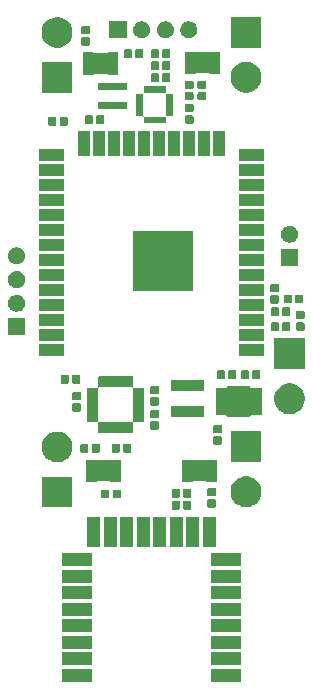
<source format=gts>
G04 #@! TF.GenerationSoftware,KiCad,Pcbnew,(5.1.5)-3*
G04 #@! TF.CreationDate,2021-11-09T21:41:46-05:00*
G04 #@! TF.ProjectId,MotorDriver,4d6f746f-7244-4726-9976-65722e6b6963,rev?*
G04 #@! TF.SameCoordinates,Original*
G04 #@! TF.FileFunction,Soldermask,Top*
G04 #@! TF.FilePolarity,Negative*
%FSLAX46Y46*%
G04 Gerber Fmt 4.6, Leading zero omitted, Abs format (unit mm)*
G04 Created by KiCad (PCBNEW (5.1.5)-3) date 2021-11-09 21:41:46*
%MOMM*%
%LPD*%
G04 APERTURE LIST*
%ADD10C,0.100000*%
G04 APERTURE END LIST*
D10*
G36*
X87576000Y-96349800D02*
G01*
X85024000Y-96349800D01*
X85024000Y-95247800D01*
X87576000Y-95247800D01*
X87576000Y-96349800D01*
G37*
G36*
X74976000Y-96349800D02*
G01*
X72424000Y-96349800D01*
X72424000Y-95247800D01*
X74976000Y-95247800D01*
X74976000Y-96349800D01*
G37*
G36*
X74976000Y-94949800D02*
G01*
X72424000Y-94949800D01*
X72424000Y-93847800D01*
X74976000Y-93847800D01*
X74976000Y-94949800D01*
G37*
G36*
X87576000Y-94949800D02*
G01*
X85024000Y-94949800D01*
X85024000Y-93847800D01*
X87576000Y-93847800D01*
X87576000Y-94949800D01*
G37*
G36*
X87576000Y-93549800D02*
G01*
X85024000Y-93549800D01*
X85024000Y-92447800D01*
X87576000Y-92447800D01*
X87576000Y-93549800D01*
G37*
G36*
X74976000Y-93549800D02*
G01*
X72424000Y-93549800D01*
X72424000Y-92447800D01*
X74976000Y-92447800D01*
X74976000Y-93549800D01*
G37*
G36*
X74976000Y-92149800D02*
G01*
X72424000Y-92149800D01*
X72424000Y-91047800D01*
X74976000Y-91047800D01*
X74976000Y-92149800D01*
G37*
G36*
X87576000Y-92149800D02*
G01*
X85024000Y-92149800D01*
X85024000Y-91047800D01*
X87576000Y-91047800D01*
X87576000Y-92149800D01*
G37*
G36*
X87576000Y-90749800D02*
G01*
X85024000Y-90749800D01*
X85024000Y-89647800D01*
X87576000Y-89647800D01*
X87576000Y-90749800D01*
G37*
G36*
X74976000Y-90749800D02*
G01*
X72424000Y-90749800D01*
X72424000Y-89647800D01*
X74976000Y-89647800D01*
X74976000Y-90749800D01*
G37*
G36*
X74976000Y-89349800D02*
G01*
X72424000Y-89349800D01*
X72424000Y-88247800D01*
X74976000Y-88247800D01*
X74976000Y-89349800D01*
G37*
G36*
X87576000Y-89349800D02*
G01*
X85024000Y-89349800D01*
X85024000Y-88247800D01*
X87576000Y-88247800D01*
X87576000Y-89349800D01*
G37*
G36*
X74976000Y-87951000D02*
G01*
X72424000Y-87951000D01*
X72424000Y-86849000D01*
X74976000Y-86849000D01*
X74976000Y-87951000D01*
G37*
G36*
X87576000Y-87949800D02*
G01*
X85024000Y-87949800D01*
X85024000Y-86847800D01*
X87576000Y-86847800D01*
X87576000Y-87949800D01*
G37*
G36*
X74976000Y-86551000D02*
G01*
X72424000Y-86551000D01*
X72424000Y-85449000D01*
X74976000Y-85449000D01*
X74976000Y-86551000D01*
G37*
G36*
X87576000Y-86549800D02*
G01*
X85024000Y-86549800D01*
X85024000Y-85447800D01*
X87576000Y-85447800D01*
X87576000Y-86549800D01*
G37*
G36*
X77051000Y-84979800D02*
G01*
X75949000Y-84979800D01*
X75949000Y-82427800D01*
X77051000Y-82427800D01*
X77051000Y-84979800D01*
G37*
G36*
X85451000Y-84979800D02*
G01*
X84349000Y-84979800D01*
X84349000Y-82427800D01*
X85451000Y-82427800D01*
X85451000Y-84979800D01*
G37*
G36*
X84051000Y-84979800D02*
G01*
X82949000Y-84979800D01*
X82949000Y-82427800D01*
X84051000Y-82427800D01*
X84051000Y-84979800D01*
G37*
G36*
X82651000Y-84979800D02*
G01*
X81549000Y-84979800D01*
X81549000Y-82427800D01*
X82651000Y-82427800D01*
X82651000Y-84979800D01*
G37*
G36*
X81251000Y-84979800D02*
G01*
X80149000Y-84979800D01*
X80149000Y-82427800D01*
X81251000Y-82427800D01*
X81251000Y-84979800D01*
G37*
G36*
X79851000Y-84979800D02*
G01*
X78749000Y-84979800D01*
X78749000Y-82427800D01*
X79851000Y-82427800D01*
X79851000Y-84979800D01*
G37*
G36*
X78451000Y-84979800D02*
G01*
X77349000Y-84979800D01*
X77349000Y-82427800D01*
X78451000Y-82427800D01*
X78451000Y-84979800D01*
G37*
G36*
X75651000Y-84979800D02*
G01*
X74549000Y-84979800D01*
X74549000Y-82427800D01*
X75651000Y-82427800D01*
X75651000Y-84979800D01*
G37*
G36*
X83291938Y-81038716D02*
G01*
X83312557Y-81044971D01*
X83331553Y-81055124D01*
X83348208Y-81068792D01*
X83361876Y-81085447D01*
X83372029Y-81104443D01*
X83378284Y-81125062D01*
X83381000Y-81152640D01*
X83381000Y-81661360D01*
X83378284Y-81688938D01*
X83372029Y-81709557D01*
X83361876Y-81728553D01*
X83348208Y-81745208D01*
X83331553Y-81758876D01*
X83312557Y-81769029D01*
X83291938Y-81775284D01*
X83264360Y-81778000D01*
X82805640Y-81778000D01*
X82778062Y-81775284D01*
X82757443Y-81769029D01*
X82738447Y-81758876D01*
X82721792Y-81745208D01*
X82708124Y-81728553D01*
X82697971Y-81709557D01*
X82691716Y-81688938D01*
X82689000Y-81661360D01*
X82689000Y-81152640D01*
X82691716Y-81125062D01*
X82697971Y-81104443D01*
X82708124Y-81085447D01*
X82721792Y-81068792D01*
X82738447Y-81055124D01*
X82757443Y-81044971D01*
X82778062Y-81038716D01*
X82805640Y-81036000D01*
X83264360Y-81036000D01*
X83291938Y-81038716D01*
G37*
G36*
X82321938Y-81038716D02*
G01*
X82342557Y-81044971D01*
X82361553Y-81055124D01*
X82378208Y-81068792D01*
X82391876Y-81085447D01*
X82402029Y-81104443D01*
X82408284Y-81125062D01*
X82411000Y-81152640D01*
X82411000Y-81661360D01*
X82408284Y-81688938D01*
X82402029Y-81709557D01*
X82391876Y-81728553D01*
X82378208Y-81745208D01*
X82361553Y-81758876D01*
X82342557Y-81769029D01*
X82321938Y-81775284D01*
X82294360Y-81778000D01*
X81835640Y-81778000D01*
X81808062Y-81775284D01*
X81787443Y-81769029D01*
X81768447Y-81758876D01*
X81751792Y-81745208D01*
X81738124Y-81728553D01*
X81727971Y-81709557D01*
X81721716Y-81688938D01*
X81719000Y-81661360D01*
X81719000Y-81152640D01*
X81721716Y-81125062D01*
X81727971Y-81104443D01*
X81738124Y-81085447D01*
X81751792Y-81068792D01*
X81768447Y-81055124D01*
X81787443Y-81044971D01*
X81808062Y-81038716D01*
X81835640Y-81036000D01*
X82294360Y-81036000D01*
X82321938Y-81038716D01*
G37*
G36*
X85371938Y-80913716D02*
G01*
X85392557Y-80919971D01*
X85411553Y-80930124D01*
X85428208Y-80943792D01*
X85441876Y-80960447D01*
X85452029Y-80979443D01*
X85458284Y-81000062D01*
X85461000Y-81027640D01*
X85461000Y-81486360D01*
X85458284Y-81513938D01*
X85452029Y-81534557D01*
X85441876Y-81553553D01*
X85428208Y-81570208D01*
X85411553Y-81583876D01*
X85392557Y-81594029D01*
X85371938Y-81600284D01*
X85344360Y-81603000D01*
X84835640Y-81603000D01*
X84808062Y-81600284D01*
X84787443Y-81594029D01*
X84768447Y-81583876D01*
X84751792Y-81570208D01*
X84738124Y-81553553D01*
X84727971Y-81534557D01*
X84721716Y-81513938D01*
X84719000Y-81486360D01*
X84719000Y-81027640D01*
X84721716Y-81000062D01*
X84727971Y-80979443D01*
X84738124Y-80960447D01*
X84751792Y-80943792D01*
X84768447Y-80930124D01*
X84787443Y-80919971D01*
X84808062Y-80913716D01*
X84835640Y-80911000D01*
X85344360Y-80911000D01*
X85371938Y-80913716D01*
G37*
G36*
X73300680Y-81574680D02*
G01*
X70699320Y-81574680D01*
X70699320Y-78973320D01*
X73300680Y-78973320D01*
X73300680Y-81574680D01*
G37*
G36*
X88379393Y-79013304D02*
G01*
X88616101Y-79111352D01*
X88616103Y-79111353D01*
X88829135Y-79253696D01*
X89010304Y-79434865D01*
X89152647Y-79647897D01*
X89152648Y-79647899D01*
X89250696Y-79884607D01*
X89300680Y-80135893D01*
X89300680Y-80392107D01*
X89250696Y-80643393D01*
X89152648Y-80880101D01*
X89152647Y-80880103D01*
X89010304Y-81093135D01*
X88829135Y-81274304D01*
X88616103Y-81416647D01*
X88616102Y-81416648D01*
X88616101Y-81416648D01*
X88379393Y-81514696D01*
X88128107Y-81564680D01*
X87871893Y-81564680D01*
X87620607Y-81514696D01*
X87383899Y-81416648D01*
X87383898Y-81416648D01*
X87383897Y-81416647D01*
X87170865Y-81274304D01*
X86989696Y-81093135D01*
X86847353Y-80880103D01*
X86847352Y-80880101D01*
X86749304Y-80643393D01*
X86699320Y-80392107D01*
X86699320Y-80135893D01*
X86749304Y-79884607D01*
X86847352Y-79647899D01*
X86847353Y-79647897D01*
X86989696Y-79434865D01*
X87170865Y-79253696D01*
X87383897Y-79111353D01*
X87383899Y-79111352D01*
X87620607Y-79013304D01*
X87871893Y-78963320D01*
X88128107Y-78963320D01*
X88379393Y-79013304D01*
G37*
G36*
X77322938Y-80086216D02*
G01*
X77343557Y-80092471D01*
X77362553Y-80102624D01*
X77379208Y-80116292D01*
X77392876Y-80132947D01*
X77403029Y-80151943D01*
X77409284Y-80172562D01*
X77412000Y-80200140D01*
X77412000Y-80708860D01*
X77409284Y-80736438D01*
X77403029Y-80757057D01*
X77392876Y-80776053D01*
X77379208Y-80792708D01*
X77362553Y-80806376D01*
X77343557Y-80816529D01*
X77322938Y-80822784D01*
X77295360Y-80825500D01*
X76836640Y-80825500D01*
X76809062Y-80822784D01*
X76788443Y-80816529D01*
X76769447Y-80806376D01*
X76752792Y-80792708D01*
X76739124Y-80776053D01*
X76728971Y-80757057D01*
X76722716Y-80736438D01*
X76720000Y-80708860D01*
X76720000Y-80200140D01*
X76722716Y-80172562D01*
X76728971Y-80151943D01*
X76739124Y-80132947D01*
X76752792Y-80116292D01*
X76769447Y-80102624D01*
X76788443Y-80092471D01*
X76809062Y-80086216D01*
X76836640Y-80083500D01*
X77295360Y-80083500D01*
X77322938Y-80086216D01*
G37*
G36*
X76352938Y-80086216D02*
G01*
X76373557Y-80092471D01*
X76392553Y-80102624D01*
X76409208Y-80116292D01*
X76422876Y-80132947D01*
X76433029Y-80151943D01*
X76439284Y-80172562D01*
X76442000Y-80200140D01*
X76442000Y-80708860D01*
X76439284Y-80736438D01*
X76433029Y-80757057D01*
X76422876Y-80776053D01*
X76409208Y-80792708D01*
X76392553Y-80806376D01*
X76373557Y-80816529D01*
X76352938Y-80822784D01*
X76325360Y-80825500D01*
X75866640Y-80825500D01*
X75839062Y-80822784D01*
X75818443Y-80816529D01*
X75799447Y-80806376D01*
X75782792Y-80792708D01*
X75769124Y-80776053D01*
X75758971Y-80757057D01*
X75752716Y-80736438D01*
X75750000Y-80708860D01*
X75750000Y-80200140D01*
X75752716Y-80172562D01*
X75758971Y-80151943D01*
X75769124Y-80132947D01*
X75782792Y-80116292D01*
X75799447Y-80102624D01*
X75818443Y-80092471D01*
X75839062Y-80086216D01*
X75866640Y-80083500D01*
X76325360Y-80083500D01*
X76352938Y-80086216D01*
G37*
G36*
X83291938Y-80022716D02*
G01*
X83312557Y-80028971D01*
X83331553Y-80039124D01*
X83348208Y-80052792D01*
X83361876Y-80069447D01*
X83372029Y-80088443D01*
X83378284Y-80109062D01*
X83381000Y-80136640D01*
X83381000Y-80645360D01*
X83378284Y-80672938D01*
X83372029Y-80693557D01*
X83361876Y-80712553D01*
X83348208Y-80729208D01*
X83331553Y-80742876D01*
X83312557Y-80753029D01*
X83291938Y-80759284D01*
X83264360Y-80762000D01*
X82805640Y-80762000D01*
X82778062Y-80759284D01*
X82757443Y-80753029D01*
X82738447Y-80742876D01*
X82721792Y-80729208D01*
X82708124Y-80712553D01*
X82697971Y-80693557D01*
X82691716Y-80672938D01*
X82689000Y-80645360D01*
X82689000Y-80136640D01*
X82691716Y-80109062D01*
X82697971Y-80088443D01*
X82708124Y-80069447D01*
X82721792Y-80052792D01*
X82738447Y-80039124D01*
X82757443Y-80028971D01*
X82778062Y-80022716D01*
X82805640Y-80020000D01*
X83264360Y-80020000D01*
X83291938Y-80022716D01*
G37*
G36*
X82321938Y-80022716D02*
G01*
X82342557Y-80028971D01*
X82361553Y-80039124D01*
X82378208Y-80052792D01*
X82391876Y-80069447D01*
X82402029Y-80088443D01*
X82408284Y-80109062D01*
X82411000Y-80136640D01*
X82411000Y-80645360D01*
X82408284Y-80672938D01*
X82402029Y-80693557D01*
X82391876Y-80712553D01*
X82378208Y-80729208D01*
X82361553Y-80742876D01*
X82342557Y-80753029D01*
X82321938Y-80759284D01*
X82294360Y-80762000D01*
X81835640Y-80762000D01*
X81808062Y-80759284D01*
X81787443Y-80753029D01*
X81768447Y-80742876D01*
X81751792Y-80729208D01*
X81738124Y-80712553D01*
X81727971Y-80693557D01*
X81721716Y-80672938D01*
X81719000Y-80645360D01*
X81719000Y-80136640D01*
X81721716Y-80109062D01*
X81727971Y-80088443D01*
X81738124Y-80069447D01*
X81751792Y-80052792D01*
X81768447Y-80039124D01*
X81787443Y-80028971D01*
X81808062Y-80022716D01*
X81835640Y-80020000D01*
X82294360Y-80020000D01*
X82321938Y-80022716D01*
G37*
G36*
X85371938Y-79943716D02*
G01*
X85392557Y-79949971D01*
X85411553Y-79960124D01*
X85428208Y-79973792D01*
X85441876Y-79990447D01*
X85452029Y-80009443D01*
X85458284Y-80030062D01*
X85461000Y-80057640D01*
X85461000Y-80516360D01*
X85458284Y-80543938D01*
X85452029Y-80564557D01*
X85441876Y-80583553D01*
X85428208Y-80600208D01*
X85411553Y-80613876D01*
X85392557Y-80624029D01*
X85371938Y-80630284D01*
X85344360Y-80633000D01*
X84835640Y-80633000D01*
X84808062Y-80630284D01*
X84787443Y-80624029D01*
X84768447Y-80613876D01*
X84751792Y-80600208D01*
X84738124Y-80583553D01*
X84727971Y-80564557D01*
X84721716Y-80543938D01*
X84719000Y-80516360D01*
X84719000Y-80057640D01*
X84721716Y-80030062D01*
X84727971Y-80009443D01*
X84738124Y-79990447D01*
X84751792Y-79973792D01*
X84768447Y-79960124D01*
X84787443Y-79949971D01*
X84808062Y-79943716D01*
X84835640Y-79941000D01*
X85344360Y-79941000D01*
X85371938Y-79943716D01*
G37*
G36*
X75333611Y-77548389D02*
G01*
X75352553Y-77563934D01*
X75374164Y-77575485D01*
X75397613Y-77582598D01*
X75421999Y-77585000D01*
X76470001Y-77585000D01*
X76494387Y-77582598D01*
X76517836Y-77575485D01*
X76539447Y-77563934D01*
X76558389Y-77548389D01*
X76569377Y-77535000D01*
X77397000Y-77535000D01*
X77397000Y-79437000D01*
X76569377Y-79437000D01*
X76558389Y-79423611D01*
X76539447Y-79408066D01*
X76517836Y-79396515D01*
X76494387Y-79389402D01*
X76470001Y-79387000D01*
X75421999Y-79387000D01*
X75397613Y-79389402D01*
X75374164Y-79396515D01*
X75352553Y-79408066D01*
X75333611Y-79423611D01*
X75322623Y-79437000D01*
X74495000Y-79437000D01*
X74495000Y-77535000D01*
X75322623Y-77535000D01*
X75333611Y-77548389D01*
G37*
G36*
X83461611Y-77548389D02*
G01*
X83480553Y-77563934D01*
X83502164Y-77575485D01*
X83525613Y-77582598D01*
X83549999Y-77585000D01*
X84598001Y-77585000D01*
X84622387Y-77582598D01*
X84645836Y-77575485D01*
X84667447Y-77563934D01*
X84686389Y-77548389D01*
X84697377Y-77535000D01*
X85525000Y-77535000D01*
X85525000Y-79437000D01*
X84697377Y-79437000D01*
X84686389Y-79423611D01*
X84667447Y-79408066D01*
X84645836Y-79396515D01*
X84622387Y-79389402D01*
X84598001Y-79387000D01*
X83549999Y-79387000D01*
X83525613Y-79389402D01*
X83502164Y-79396515D01*
X83480553Y-79408066D01*
X83461611Y-79423611D01*
X83450623Y-79437000D01*
X82623000Y-79437000D01*
X82623000Y-77535000D01*
X83450623Y-77535000D01*
X83461611Y-77548389D01*
G37*
G36*
X72379393Y-75213304D02*
G01*
X72605746Y-75307063D01*
X72616103Y-75311353D01*
X72829135Y-75453696D01*
X73010304Y-75634865D01*
X73152647Y-75847897D01*
X73152648Y-75847899D01*
X73250696Y-76084607D01*
X73300680Y-76335893D01*
X73300680Y-76592107D01*
X73250696Y-76843393D01*
X73211164Y-76938831D01*
X73152647Y-77080103D01*
X73010304Y-77293135D01*
X72829135Y-77474304D01*
X72616103Y-77616647D01*
X72616102Y-77616648D01*
X72616101Y-77616648D01*
X72379393Y-77714696D01*
X72128107Y-77764680D01*
X71871893Y-77764680D01*
X71620607Y-77714696D01*
X71383899Y-77616648D01*
X71383898Y-77616648D01*
X71383897Y-77616647D01*
X71170865Y-77474304D01*
X70989696Y-77293135D01*
X70847353Y-77080103D01*
X70788836Y-76938831D01*
X70749304Y-76843393D01*
X70699320Y-76592107D01*
X70699320Y-76335893D01*
X70749304Y-76084607D01*
X70847352Y-75847899D01*
X70847353Y-75847897D01*
X70989696Y-75634865D01*
X71170865Y-75453696D01*
X71383897Y-75311353D01*
X71394254Y-75307063D01*
X71620607Y-75213304D01*
X71871893Y-75163320D01*
X72128107Y-75163320D01*
X72379393Y-75213304D01*
G37*
G36*
X89300680Y-77754680D02*
G01*
X86699320Y-77754680D01*
X86699320Y-75153320D01*
X89300680Y-75153320D01*
X89300680Y-77754680D01*
G37*
G36*
X78211938Y-76212716D02*
G01*
X78232557Y-76218971D01*
X78251553Y-76229124D01*
X78268208Y-76242792D01*
X78281876Y-76259447D01*
X78292029Y-76278443D01*
X78298284Y-76299062D01*
X78301000Y-76326640D01*
X78301000Y-76835360D01*
X78298284Y-76862938D01*
X78292029Y-76883557D01*
X78281876Y-76902553D01*
X78268208Y-76919208D01*
X78251553Y-76932876D01*
X78232557Y-76943029D01*
X78211938Y-76949284D01*
X78184360Y-76952000D01*
X77725640Y-76952000D01*
X77698062Y-76949284D01*
X77677443Y-76943029D01*
X77658447Y-76932876D01*
X77641792Y-76919208D01*
X77628124Y-76902553D01*
X77617971Y-76883557D01*
X77611716Y-76862938D01*
X77609000Y-76835360D01*
X77609000Y-76326640D01*
X77611716Y-76299062D01*
X77617971Y-76278443D01*
X77628124Y-76259447D01*
X77641792Y-76242792D01*
X77658447Y-76229124D01*
X77677443Y-76218971D01*
X77698062Y-76212716D01*
X77725640Y-76210000D01*
X78184360Y-76210000D01*
X78211938Y-76212716D01*
G37*
G36*
X77241938Y-76212716D02*
G01*
X77262557Y-76218971D01*
X77281553Y-76229124D01*
X77298208Y-76242792D01*
X77311876Y-76259447D01*
X77322029Y-76278443D01*
X77328284Y-76299062D01*
X77331000Y-76326640D01*
X77331000Y-76835360D01*
X77328284Y-76862938D01*
X77322029Y-76883557D01*
X77311876Y-76902553D01*
X77298208Y-76919208D01*
X77281553Y-76932876D01*
X77262557Y-76943029D01*
X77241938Y-76949284D01*
X77214360Y-76952000D01*
X76755640Y-76952000D01*
X76728062Y-76949284D01*
X76707443Y-76943029D01*
X76688447Y-76932876D01*
X76671792Y-76919208D01*
X76658124Y-76902553D01*
X76647971Y-76883557D01*
X76641716Y-76862938D01*
X76639000Y-76835360D01*
X76639000Y-76326640D01*
X76641716Y-76299062D01*
X76647971Y-76278443D01*
X76658124Y-76259447D01*
X76671792Y-76242792D01*
X76688447Y-76229124D01*
X76707443Y-76218971D01*
X76728062Y-76212716D01*
X76755640Y-76210000D01*
X77214360Y-76210000D01*
X77241938Y-76212716D01*
G37*
G36*
X75544938Y-76212716D02*
G01*
X75565557Y-76218971D01*
X75584553Y-76229124D01*
X75601208Y-76242792D01*
X75614876Y-76259447D01*
X75625029Y-76278443D01*
X75631284Y-76299062D01*
X75634000Y-76326640D01*
X75634000Y-76835360D01*
X75631284Y-76862938D01*
X75625029Y-76883557D01*
X75614876Y-76902553D01*
X75601208Y-76919208D01*
X75584553Y-76932876D01*
X75565557Y-76943029D01*
X75544938Y-76949284D01*
X75517360Y-76952000D01*
X75058640Y-76952000D01*
X75031062Y-76949284D01*
X75010443Y-76943029D01*
X74991447Y-76932876D01*
X74974792Y-76919208D01*
X74961124Y-76902553D01*
X74950971Y-76883557D01*
X74944716Y-76862938D01*
X74942000Y-76835360D01*
X74942000Y-76326640D01*
X74944716Y-76299062D01*
X74950971Y-76278443D01*
X74961124Y-76259447D01*
X74974792Y-76242792D01*
X74991447Y-76229124D01*
X75010443Y-76218971D01*
X75031062Y-76212716D01*
X75058640Y-76210000D01*
X75517360Y-76210000D01*
X75544938Y-76212716D01*
G37*
G36*
X74574938Y-76212716D02*
G01*
X74595557Y-76218971D01*
X74614553Y-76229124D01*
X74631208Y-76242792D01*
X74644876Y-76259447D01*
X74655029Y-76278443D01*
X74661284Y-76299062D01*
X74664000Y-76326640D01*
X74664000Y-76835360D01*
X74661284Y-76862938D01*
X74655029Y-76883557D01*
X74644876Y-76902553D01*
X74631208Y-76919208D01*
X74614553Y-76932876D01*
X74595557Y-76943029D01*
X74574938Y-76949284D01*
X74547360Y-76952000D01*
X74088640Y-76952000D01*
X74061062Y-76949284D01*
X74040443Y-76943029D01*
X74021447Y-76932876D01*
X74004792Y-76919208D01*
X73991124Y-76902553D01*
X73980971Y-76883557D01*
X73974716Y-76862938D01*
X73972000Y-76835360D01*
X73972000Y-76326640D01*
X73974716Y-76299062D01*
X73980971Y-76278443D01*
X73991124Y-76259447D01*
X74004792Y-76242792D01*
X74021447Y-76229124D01*
X74040443Y-76218971D01*
X74061062Y-76212716D01*
X74088640Y-76210000D01*
X74547360Y-76210000D01*
X74574938Y-76212716D01*
G37*
G36*
X85879938Y-75579716D02*
G01*
X85900557Y-75585971D01*
X85919553Y-75596124D01*
X85936208Y-75609792D01*
X85949876Y-75626447D01*
X85960029Y-75645443D01*
X85966284Y-75666062D01*
X85969000Y-75693640D01*
X85969000Y-76152360D01*
X85966284Y-76179938D01*
X85960029Y-76200557D01*
X85949876Y-76219553D01*
X85936208Y-76236208D01*
X85919553Y-76249876D01*
X85900557Y-76260029D01*
X85879938Y-76266284D01*
X85852360Y-76269000D01*
X85343640Y-76269000D01*
X85316062Y-76266284D01*
X85295443Y-76260029D01*
X85276447Y-76249876D01*
X85259792Y-76236208D01*
X85246124Y-76219553D01*
X85235971Y-76200557D01*
X85229716Y-76179938D01*
X85227000Y-76152360D01*
X85227000Y-75693640D01*
X85229716Y-75666062D01*
X85235971Y-75645443D01*
X85246124Y-75626447D01*
X85259792Y-75609792D01*
X85276447Y-75596124D01*
X85295443Y-75585971D01*
X85316062Y-75579716D01*
X85343640Y-75577000D01*
X85852360Y-75577000D01*
X85879938Y-75579716D01*
G37*
G36*
X75882295Y-70473323D02*
G01*
X75889309Y-70475451D01*
X75903077Y-70482810D01*
X75925716Y-70492187D01*
X75949749Y-70496967D01*
X75974253Y-70496967D01*
X75998286Y-70492186D01*
X76020923Y-70482810D01*
X76034691Y-70475451D01*
X76041705Y-70473323D01*
X76055140Y-70472000D01*
X76368860Y-70472000D01*
X76382295Y-70473323D01*
X76389309Y-70475451D01*
X76403077Y-70482810D01*
X76425716Y-70492187D01*
X76449749Y-70496967D01*
X76474253Y-70496967D01*
X76498286Y-70492186D01*
X76520923Y-70482810D01*
X76534691Y-70475451D01*
X76541705Y-70473323D01*
X76555140Y-70472000D01*
X76868860Y-70472000D01*
X76882295Y-70473323D01*
X76889309Y-70475451D01*
X76903077Y-70482810D01*
X76925716Y-70492187D01*
X76949749Y-70496967D01*
X76974253Y-70496967D01*
X76998286Y-70492186D01*
X77020923Y-70482810D01*
X77034691Y-70475451D01*
X77041705Y-70473323D01*
X77055140Y-70472000D01*
X77368860Y-70472000D01*
X77382295Y-70473323D01*
X77389309Y-70475451D01*
X77403077Y-70482810D01*
X77425716Y-70492187D01*
X77449749Y-70496967D01*
X77474253Y-70496967D01*
X77498286Y-70492186D01*
X77520923Y-70482810D01*
X77534691Y-70475451D01*
X77541705Y-70473323D01*
X77555140Y-70472000D01*
X77868860Y-70472000D01*
X77882295Y-70473323D01*
X77889309Y-70475451D01*
X77903077Y-70482810D01*
X77925716Y-70492187D01*
X77949749Y-70496967D01*
X77974253Y-70496967D01*
X77998286Y-70492186D01*
X78020923Y-70482810D01*
X78034691Y-70475451D01*
X78041705Y-70473323D01*
X78055140Y-70472000D01*
X78368860Y-70472000D01*
X78382295Y-70473323D01*
X78389310Y-70475451D01*
X78395776Y-70478908D01*
X78401442Y-70483558D01*
X78406092Y-70489224D01*
X78409549Y-70495690D01*
X78411677Y-70502705D01*
X78413000Y-70516140D01*
X78413000Y-71322001D01*
X78415402Y-71346387D01*
X78422515Y-71369836D01*
X78434066Y-71391447D01*
X78449611Y-71410389D01*
X78468553Y-71425934D01*
X78490164Y-71437485D01*
X78513613Y-71444598D01*
X78537999Y-71447000D01*
X79343860Y-71447000D01*
X79357295Y-71448323D01*
X79364310Y-71450451D01*
X79370776Y-71453908D01*
X79376442Y-71458558D01*
X79381092Y-71464224D01*
X79384549Y-71470690D01*
X79386677Y-71477705D01*
X79388000Y-71491140D01*
X79388000Y-71804860D01*
X79386677Y-71818295D01*
X79384549Y-71825309D01*
X79377190Y-71839077D01*
X79367813Y-71861716D01*
X79363033Y-71885749D01*
X79363033Y-71910253D01*
X79367814Y-71934286D01*
X79377190Y-71956923D01*
X79384549Y-71970691D01*
X79386677Y-71977705D01*
X79388000Y-71991140D01*
X79388000Y-72304860D01*
X79386677Y-72318295D01*
X79384549Y-72325309D01*
X79377190Y-72339077D01*
X79367813Y-72361716D01*
X79363033Y-72385749D01*
X79363033Y-72410253D01*
X79367814Y-72434286D01*
X79377190Y-72456923D01*
X79384549Y-72470691D01*
X79386677Y-72477705D01*
X79388000Y-72491140D01*
X79388000Y-72804860D01*
X79386677Y-72818295D01*
X79384549Y-72825309D01*
X79377190Y-72839077D01*
X79367813Y-72861716D01*
X79363033Y-72885749D01*
X79363033Y-72910253D01*
X79367814Y-72934286D01*
X79377190Y-72956923D01*
X79384549Y-72970691D01*
X79386677Y-72977705D01*
X79388000Y-72991140D01*
X79388000Y-73304860D01*
X79386677Y-73318295D01*
X79384549Y-73325309D01*
X79377190Y-73339077D01*
X79367813Y-73361716D01*
X79363033Y-73385749D01*
X79363033Y-73410253D01*
X79367814Y-73434286D01*
X79377190Y-73456923D01*
X79384549Y-73470691D01*
X79386677Y-73477705D01*
X79388000Y-73491140D01*
X79388000Y-73804860D01*
X79386677Y-73818295D01*
X79384549Y-73825309D01*
X79377190Y-73839077D01*
X79367813Y-73861716D01*
X79363033Y-73885749D01*
X79363033Y-73910253D01*
X79367814Y-73934286D01*
X79377190Y-73956923D01*
X79384549Y-73970691D01*
X79386677Y-73977705D01*
X79388000Y-73991140D01*
X79388000Y-74304860D01*
X79386677Y-74318295D01*
X79384549Y-74325310D01*
X79381092Y-74331776D01*
X79376442Y-74337442D01*
X79370776Y-74342092D01*
X79364310Y-74345549D01*
X79357295Y-74347677D01*
X79343860Y-74349000D01*
X78537999Y-74349000D01*
X78513613Y-74351402D01*
X78490164Y-74358515D01*
X78468553Y-74370066D01*
X78449611Y-74385611D01*
X78434066Y-74404553D01*
X78422515Y-74426164D01*
X78415402Y-74449613D01*
X78413000Y-74473999D01*
X78413000Y-75279860D01*
X78411677Y-75293295D01*
X78409549Y-75300310D01*
X78406092Y-75306776D01*
X78401442Y-75312442D01*
X78395776Y-75317092D01*
X78389310Y-75320549D01*
X78382295Y-75322677D01*
X78368860Y-75324000D01*
X78055140Y-75324000D01*
X78041705Y-75322677D01*
X78034691Y-75320549D01*
X78020923Y-75313190D01*
X77998284Y-75303813D01*
X77974251Y-75299033D01*
X77949747Y-75299033D01*
X77925714Y-75303814D01*
X77903077Y-75313190D01*
X77889309Y-75320549D01*
X77882295Y-75322677D01*
X77868860Y-75324000D01*
X77555140Y-75324000D01*
X77541705Y-75322677D01*
X77534691Y-75320549D01*
X77520923Y-75313190D01*
X77498284Y-75303813D01*
X77474251Y-75299033D01*
X77449747Y-75299033D01*
X77425714Y-75303814D01*
X77403077Y-75313190D01*
X77389309Y-75320549D01*
X77382295Y-75322677D01*
X77368860Y-75324000D01*
X77055140Y-75324000D01*
X77041705Y-75322677D01*
X77034691Y-75320549D01*
X77020923Y-75313190D01*
X76998284Y-75303813D01*
X76974251Y-75299033D01*
X76949747Y-75299033D01*
X76925714Y-75303814D01*
X76903077Y-75313190D01*
X76889309Y-75320549D01*
X76882295Y-75322677D01*
X76868860Y-75324000D01*
X76555140Y-75324000D01*
X76541705Y-75322677D01*
X76534691Y-75320549D01*
X76520923Y-75313190D01*
X76498284Y-75303813D01*
X76474251Y-75299033D01*
X76449747Y-75299033D01*
X76425714Y-75303814D01*
X76403077Y-75313190D01*
X76389309Y-75320549D01*
X76382295Y-75322677D01*
X76368860Y-75324000D01*
X76055140Y-75324000D01*
X76041705Y-75322677D01*
X76034691Y-75320549D01*
X76020923Y-75313190D01*
X75998284Y-75303813D01*
X75974251Y-75299033D01*
X75949747Y-75299033D01*
X75925714Y-75303814D01*
X75903077Y-75313190D01*
X75889309Y-75320549D01*
X75882295Y-75322677D01*
X75868860Y-75324000D01*
X75555140Y-75324000D01*
X75541705Y-75322677D01*
X75534690Y-75320549D01*
X75528224Y-75317092D01*
X75522558Y-75312442D01*
X75517908Y-75306776D01*
X75514451Y-75300310D01*
X75512323Y-75293295D01*
X75511000Y-75279860D01*
X75511000Y-74473999D01*
X75508598Y-74449613D01*
X75501485Y-74426164D01*
X75489934Y-74404553D01*
X75474389Y-74385611D01*
X75455447Y-74370066D01*
X75433836Y-74358515D01*
X75410387Y-74351402D01*
X75386001Y-74349000D01*
X74580140Y-74349000D01*
X74566705Y-74347677D01*
X74559690Y-74345549D01*
X74553224Y-74342092D01*
X74547558Y-74337442D01*
X74542908Y-74331776D01*
X74539451Y-74325310D01*
X74537323Y-74318295D01*
X74536000Y-74304860D01*
X74536000Y-73991140D01*
X74537323Y-73977705D01*
X74539451Y-73970691D01*
X74546810Y-73956923D01*
X74556187Y-73934284D01*
X74560967Y-73910251D01*
X74560967Y-73885747D01*
X74556186Y-73861714D01*
X74546810Y-73839077D01*
X74539451Y-73825309D01*
X74537323Y-73818295D01*
X74536000Y-73804860D01*
X74536000Y-73491140D01*
X74537323Y-73477705D01*
X74539451Y-73470691D01*
X74546810Y-73456923D01*
X74556187Y-73434284D01*
X74560967Y-73410251D01*
X74560967Y-73385747D01*
X74556186Y-73361714D01*
X74546810Y-73339077D01*
X74539451Y-73325309D01*
X74537323Y-73318295D01*
X74536000Y-73304860D01*
X74536000Y-72991140D01*
X74537323Y-72977705D01*
X74539451Y-72970691D01*
X74546810Y-72956923D01*
X74556187Y-72934284D01*
X74560967Y-72910251D01*
X74560967Y-72885747D01*
X74556186Y-72861714D01*
X74546810Y-72839077D01*
X74539451Y-72825309D01*
X74537323Y-72818295D01*
X74536000Y-72804860D01*
X74536000Y-72491140D01*
X74537323Y-72477705D01*
X74539451Y-72470691D01*
X74546810Y-72456923D01*
X74556187Y-72434284D01*
X74560967Y-72410251D01*
X74560967Y-72385747D01*
X74556186Y-72361714D01*
X74546810Y-72339077D01*
X74539451Y-72325309D01*
X74537323Y-72318295D01*
X74536000Y-72304860D01*
X74536000Y-71991140D01*
X74537323Y-71977705D01*
X74539451Y-71970691D01*
X74546810Y-71956923D01*
X74556187Y-71934284D01*
X74560967Y-71910251D01*
X74560967Y-71885749D01*
X75463033Y-71885749D01*
X75463033Y-71910253D01*
X75467814Y-71934286D01*
X75477190Y-71956923D01*
X75484549Y-71970691D01*
X75486677Y-71977705D01*
X75488000Y-71991140D01*
X75488000Y-72304860D01*
X75486677Y-72318295D01*
X75484549Y-72325309D01*
X75477190Y-72339077D01*
X75467813Y-72361716D01*
X75463033Y-72385749D01*
X75463033Y-72410253D01*
X75467814Y-72434286D01*
X75477190Y-72456923D01*
X75484549Y-72470691D01*
X75486677Y-72477705D01*
X75488000Y-72491140D01*
X75488000Y-72804860D01*
X75486677Y-72818295D01*
X75484549Y-72825309D01*
X75477190Y-72839077D01*
X75467813Y-72861716D01*
X75463033Y-72885749D01*
X75463033Y-72910253D01*
X75467814Y-72934286D01*
X75477190Y-72956923D01*
X75484549Y-72970691D01*
X75486677Y-72977705D01*
X75488000Y-72991140D01*
X75488000Y-73304860D01*
X75486677Y-73318295D01*
X75484549Y-73325309D01*
X75477190Y-73339077D01*
X75467813Y-73361716D01*
X75463033Y-73385749D01*
X75463033Y-73410253D01*
X75467814Y-73434286D01*
X75477190Y-73456923D01*
X75484549Y-73470691D01*
X75486677Y-73477705D01*
X75488000Y-73491140D01*
X75488000Y-73804860D01*
X75486677Y-73818295D01*
X75484549Y-73825309D01*
X75477190Y-73839077D01*
X75467813Y-73861716D01*
X75463033Y-73885749D01*
X75463033Y-73910253D01*
X75467814Y-73934286D01*
X75477190Y-73956923D01*
X75484549Y-73970691D01*
X75486677Y-73977705D01*
X75488000Y-73991140D01*
X75488000Y-74247001D01*
X75490402Y-74271387D01*
X75497515Y-74294836D01*
X75509066Y-74316447D01*
X75524611Y-74335389D01*
X75543553Y-74350934D01*
X75565164Y-74362485D01*
X75588613Y-74369598D01*
X75612999Y-74372000D01*
X75868860Y-74372000D01*
X75882295Y-74373323D01*
X75889309Y-74375451D01*
X75903077Y-74382810D01*
X75925716Y-74392187D01*
X75949749Y-74396967D01*
X75974253Y-74396967D01*
X75998286Y-74392186D01*
X76020923Y-74382810D01*
X76034691Y-74375451D01*
X76041705Y-74373323D01*
X76055140Y-74372000D01*
X76368860Y-74372000D01*
X76382295Y-74373323D01*
X76389309Y-74375451D01*
X76403077Y-74382810D01*
X76425716Y-74392187D01*
X76449749Y-74396967D01*
X76474253Y-74396967D01*
X76498286Y-74392186D01*
X76520923Y-74382810D01*
X76534691Y-74375451D01*
X76541705Y-74373323D01*
X76555140Y-74372000D01*
X76868860Y-74372000D01*
X76882295Y-74373323D01*
X76889309Y-74375451D01*
X76903077Y-74382810D01*
X76925716Y-74392187D01*
X76949749Y-74396967D01*
X76974253Y-74396967D01*
X76998286Y-74392186D01*
X77020923Y-74382810D01*
X77034691Y-74375451D01*
X77041705Y-74373323D01*
X77055140Y-74372000D01*
X77368860Y-74372000D01*
X77382295Y-74373323D01*
X77389309Y-74375451D01*
X77403077Y-74382810D01*
X77425716Y-74392187D01*
X77449749Y-74396967D01*
X77474253Y-74396967D01*
X77498286Y-74392186D01*
X77520923Y-74382810D01*
X77534691Y-74375451D01*
X77541705Y-74373323D01*
X77555140Y-74372000D01*
X77868860Y-74372000D01*
X77882295Y-74373323D01*
X77889309Y-74375451D01*
X77903077Y-74382810D01*
X77925716Y-74392187D01*
X77949749Y-74396967D01*
X77974253Y-74396967D01*
X77998286Y-74392186D01*
X78020923Y-74382810D01*
X78034691Y-74375451D01*
X78041705Y-74373323D01*
X78055140Y-74372000D01*
X78311001Y-74372000D01*
X78335387Y-74369598D01*
X78358836Y-74362485D01*
X78380447Y-74350934D01*
X78399389Y-74335389D01*
X78414934Y-74316447D01*
X78426485Y-74294836D01*
X78433598Y-74271387D01*
X78436000Y-74247001D01*
X78436000Y-73991140D01*
X78437323Y-73977705D01*
X78439451Y-73970691D01*
X78446810Y-73956923D01*
X78456187Y-73934284D01*
X78460967Y-73910251D01*
X78460967Y-73885747D01*
X78456186Y-73861714D01*
X78446810Y-73839077D01*
X78439451Y-73825309D01*
X78437323Y-73818295D01*
X78436000Y-73804860D01*
X78436000Y-73491140D01*
X78437323Y-73477705D01*
X78439451Y-73470691D01*
X78446810Y-73456923D01*
X78456187Y-73434284D01*
X78460967Y-73410251D01*
X78460967Y-73385747D01*
X78456186Y-73361714D01*
X78446810Y-73339077D01*
X78439451Y-73325309D01*
X78437323Y-73318295D01*
X78436000Y-73304860D01*
X78436000Y-72991140D01*
X78437323Y-72977705D01*
X78439451Y-72970691D01*
X78446810Y-72956923D01*
X78456187Y-72934284D01*
X78460967Y-72910251D01*
X78460967Y-72885747D01*
X78456186Y-72861714D01*
X78446810Y-72839077D01*
X78439451Y-72825309D01*
X78437323Y-72818295D01*
X78436000Y-72804860D01*
X78436000Y-72491140D01*
X78437323Y-72477705D01*
X78439451Y-72470691D01*
X78446810Y-72456923D01*
X78456187Y-72434284D01*
X78460967Y-72410251D01*
X78460967Y-72385747D01*
X78456186Y-72361714D01*
X78446810Y-72339077D01*
X78439451Y-72325309D01*
X78437323Y-72318295D01*
X78436000Y-72304860D01*
X78436000Y-71991140D01*
X78437323Y-71977705D01*
X78439451Y-71970691D01*
X78446810Y-71956923D01*
X78456187Y-71934284D01*
X78460967Y-71910251D01*
X78460967Y-71885747D01*
X78456186Y-71861714D01*
X78446810Y-71839077D01*
X78439451Y-71825309D01*
X78437323Y-71818295D01*
X78436000Y-71804860D01*
X78436000Y-71548999D01*
X78433598Y-71524613D01*
X78426485Y-71501164D01*
X78414934Y-71479553D01*
X78399389Y-71460611D01*
X78380447Y-71445066D01*
X78358836Y-71433515D01*
X78335387Y-71426402D01*
X78311001Y-71424000D01*
X78055140Y-71424000D01*
X78041705Y-71422677D01*
X78034691Y-71420549D01*
X78020923Y-71413190D01*
X77998284Y-71403813D01*
X77974251Y-71399033D01*
X77949747Y-71399033D01*
X77925714Y-71403814D01*
X77903077Y-71413190D01*
X77889309Y-71420549D01*
X77882295Y-71422677D01*
X77868860Y-71424000D01*
X77555140Y-71424000D01*
X77541705Y-71422677D01*
X77534691Y-71420549D01*
X77520923Y-71413190D01*
X77498284Y-71403813D01*
X77474251Y-71399033D01*
X77449747Y-71399033D01*
X77425714Y-71403814D01*
X77403077Y-71413190D01*
X77389309Y-71420549D01*
X77382295Y-71422677D01*
X77368860Y-71424000D01*
X77055140Y-71424000D01*
X77041705Y-71422677D01*
X77034691Y-71420549D01*
X77020923Y-71413190D01*
X76998284Y-71403813D01*
X76974251Y-71399033D01*
X76949747Y-71399033D01*
X76925714Y-71403814D01*
X76903077Y-71413190D01*
X76889309Y-71420549D01*
X76882295Y-71422677D01*
X76868860Y-71424000D01*
X76555140Y-71424000D01*
X76541705Y-71422677D01*
X76534691Y-71420549D01*
X76520923Y-71413190D01*
X76498284Y-71403813D01*
X76474251Y-71399033D01*
X76449747Y-71399033D01*
X76425714Y-71403814D01*
X76403077Y-71413190D01*
X76389309Y-71420549D01*
X76382295Y-71422677D01*
X76368860Y-71424000D01*
X76055140Y-71424000D01*
X76041705Y-71422677D01*
X76034691Y-71420549D01*
X76020923Y-71413190D01*
X75998284Y-71403813D01*
X75974251Y-71399033D01*
X75949747Y-71399033D01*
X75925714Y-71403814D01*
X75903077Y-71413190D01*
X75889309Y-71420549D01*
X75882295Y-71422677D01*
X75868860Y-71424000D01*
X75612999Y-71424000D01*
X75588613Y-71426402D01*
X75565164Y-71433515D01*
X75543553Y-71445066D01*
X75524611Y-71460611D01*
X75509066Y-71479553D01*
X75497515Y-71501164D01*
X75490402Y-71524613D01*
X75488000Y-71548999D01*
X75488000Y-71804860D01*
X75486677Y-71818295D01*
X75484549Y-71825309D01*
X75477190Y-71839077D01*
X75467813Y-71861716D01*
X75463033Y-71885749D01*
X74560967Y-71885749D01*
X74560967Y-71885747D01*
X74556186Y-71861714D01*
X74546810Y-71839077D01*
X74539451Y-71825309D01*
X74537323Y-71818295D01*
X74536000Y-71804860D01*
X74536000Y-71491140D01*
X74537323Y-71477705D01*
X74539451Y-71470690D01*
X74542908Y-71464224D01*
X74547558Y-71458558D01*
X74553224Y-71453908D01*
X74559690Y-71450451D01*
X74566705Y-71448323D01*
X74580140Y-71447000D01*
X75386001Y-71447000D01*
X75410387Y-71444598D01*
X75433836Y-71437485D01*
X75455447Y-71425934D01*
X75474389Y-71410389D01*
X75489934Y-71391447D01*
X75501485Y-71369836D01*
X75508598Y-71346387D01*
X75511000Y-71322001D01*
X75511000Y-70516140D01*
X75512323Y-70502705D01*
X75514451Y-70495690D01*
X75517908Y-70489224D01*
X75522558Y-70483558D01*
X75528224Y-70478908D01*
X75534690Y-70475451D01*
X75541705Y-70473323D01*
X75555140Y-70472000D01*
X75868860Y-70472000D01*
X75882295Y-70473323D01*
G37*
G36*
X85879938Y-74609716D02*
G01*
X85900557Y-74615971D01*
X85919553Y-74626124D01*
X85936208Y-74639792D01*
X85949876Y-74656447D01*
X85960029Y-74675443D01*
X85966284Y-74696062D01*
X85969000Y-74723640D01*
X85969000Y-75182360D01*
X85966284Y-75209938D01*
X85960029Y-75230557D01*
X85949876Y-75249553D01*
X85936208Y-75266208D01*
X85919553Y-75279876D01*
X85900557Y-75290029D01*
X85879938Y-75296284D01*
X85852360Y-75299000D01*
X85343640Y-75299000D01*
X85316062Y-75296284D01*
X85295443Y-75290029D01*
X85276447Y-75279876D01*
X85259792Y-75266208D01*
X85246124Y-75249553D01*
X85235971Y-75230557D01*
X85229716Y-75209938D01*
X85227000Y-75182360D01*
X85227000Y-74723640D01*
X85229716Y-74696062D01*
X85235971Y-74675443D01*
X85246124Y-74656447D01*
X85259792Y-74639792D01*
X85276447Y-74626124D01*
X85295443Y-74615971D01*
X85316062Y-74609716D01*
X85343640Y-74607000D01*
X85852360Y-74607000D01*
X85879938Y-74609716D01*
G37*
G36*
X80545938Y-74309716D02*
G01*
X80566557Y-74315971D01*
X80585553Y-74326124D01*
X80602208Y-74339792D01*
X80615876Y-74356447D01*
X80626029Y-74375443D01*
X80632284Y-74396062D01*
X80635000Y-74423640D01*
X80635000Y-74882360D01*
X80632284Y-74909938D01*
X80626029Y-74930557D01*
X80615876Y-74949553D01*
X80602208Y-74966208D01*
X80585553Y-74979876D01*
X80566557Y-74990029D01*
X80545938Y-74996284D01*
X80518360Y-74999000D01*
X80009640Y-74999000D01*
X79982062Y-74996284D01*
X79961443Y-74990029D01*
X79942447Y-74979876D01*
X79925792Y-74966208D01*
X79912124Y-74949553D01*
X79901971Y-74930557D01*
X79895716Y-74909938D01*
X79893000Y-74882360D01*
X79893000Y-74423640D01*
X79895716Y-74396062D01*
X79901971Y-74375443D01*
X79912124Y-74356447D01*
X79925792Y-74339792D01*
X79942447Y-74326124D01*
X79961443Y-74315971D01*
X79982062Y-74309716D01*
X80009640Y-74307000D01*
X80518360Y-74307000D01*
X80545938Y-74309716D01*
G37*
G36*
X80545938Y-73339716D02*
G01*
X80566557Y-73345971D01*
X80585553Y-73356124D01*
X80602208Y-73369792D01*
X80615876Y-73386447D01*
X80626029Y-73405443D01*
X80632284Y-73426062D01*
X80635000Y-73453640D01*
X80635000Y-73912360D01*
X80632284Y-73939938D01*
X80626029Y-73960557D01*
X80615876Y-73979553D01*
X80602208Y-73996208D01*
X80585553Y-74009876D01*
X80566557Y-74020029D01*
X80545938Y-74026284D01*
X80518360Y-74029000D01*
X80009640Y-74029000D01*
X79982062Y-74026284D01*
X79961443Y-74020029D01*
X79942447Y-74009876D01*
X79925792Y-73996208D01*
X79912124Y-73979553D01*
X79901971Y-73960557D01*
X79895716Y-73939938D01*
X79893000Y-73912360D01*
X79893000Y-73453640D01*
X79895716Y-73426062D01*
X79901971Y-73405443D01*
X79912124Y-73386447D01*
X79925792Y-73369792D01*
X79942447Y-73356124D01*
X79961443Y-73345971D01*
X79982062Y-73339716D01*
X80009640Y-73337000D01*
X80518360Y-73337000D01*
X80545938Y-73339716D01*
G37*
G36*
X88327000Y-71368001D02*
G01*
X88329402Y-71392387D01*
X88336515Y-71415836D01*
X88348066Y-71437447D01*
X88363611Y-71456389D01*
X88382553Y-71471934D01*
X88404164Y-71483485D01*
X88427613Y-71490598D01*
X88451999Y-71493000D01*
X89327000Y-71493000D01*
X89327000Y-73795000D01*
X88451999Y-73795000D01*
X88427613Y-73797402D01*
X88404164Y-73804515D01*
X88382553Y-73816066D01*
X88363611Y-73831611D01*
X88348066Y-73850553D01*
X88336515Y-73872164D01*
X88329402Y-73895613D01*
X88327000Y-73919999D01*
X88327000Y-73970000D01*
X86425000Y-73970000D01*
X86425000Y-73919999D01*
X86422598Y-73895613D01*
X86415485Y-73872164D01*
X86403934Y-73850553D01*
X86388389Y-73831611D01*
X86369447Y-73816066D01*
X86347836Y-73804515D01*
X86324387Y-73797402D01*
X86300001Y-73795000D01*
X85425000Y-73795000D01*
X85425000Y-71493000D01*
X86300001Y-71493000D01*
X86324387Y-71490598D01*
X86347836Y-71483485D01*
X86369447Y-71471934D01*
X86388389Y-71456389D01*
X86403934Y-71437447D01*
X86415485Y-71415836D01*
X86422598Y-71392387D01*
X86425000Y-71368001D01*
X86425000Y-71318000D01*
X88327000Y-71318000D01*
X88327000Y-71368001D01*
G37*
G36*
X84459000Y-73941000D02*
G01*
X81657000Y-73941000D01*
X81657000Y-73039000D01*
X84459000Y-73039000D01*
X84459000Y-73941000D01*
G37*
G36*
X92073393Y-71139304D02*
G01*
X92310101Y-71237352D01*
X92310103Y-71237353D01*
X92523135Y-71379696D01*
X92704304Y-71560865D01*
X92824666Y-71741000D01*
X92846648Y-71773899D01*
X92944696Y-72010607D01*
X92994680Y-72261893D01*
X92994680Y-72518107D01*
X92944696Y-72769393D01*
X92851246Y-72995000D01*
X92846647Y-73006103D01*
X92704304Y-73219135D01*
X92523135Y-73400304D01*
X92310103Y-73542647D01*
X92310102Y-73542648D01*
X92310101Y-73542648D01*
X92073393Y-73640696D01*
X91822107Y-73690680D01*
X91565893Y-73690680D01*
X91314607Y-73640696D01*
X91077899Y-73542648D01*
X91077898Y-73542648D01*
X91077897Y-73542647D01*
X90864865Y-73400304D01*
X90683696Y-73219135D01*
X90541353Y-73006103D01*
X90536754Y-72995000D01*
X90443304Y-72769393D01*
X90393320Y-72518107D01*
X90393320Y-72261893D01*
X90443304Y-72010607D01*
X90541352Y-71773899D01*
X90563334Y-71741000D01*
X90683696Y-71560865D01*
X90864865Y-71379696D01*
X91077897Y-71237353D01*
X91077899Y-71237352D01*
X91314607Y-71139304D01*
X91565893Y-71089320D01*
X91822107Y-71089320D01*
X92073393Y-71139304D01*
G37*
G36*
X73941938Y-72785716D02*
G01*
X73962557Y-72791971D01*
X73981553Y-72802124D01*
X73998208Y-72815792D01*
X74011876Y-72832447D01*
X74022029Y-72851443D01*
X74028284Y-72872062D01*
X74031000Y-72899640D01*
X74031000Y-73358360D01*
X74028284Y-73385938D01*
X74022029Y-73406557D01*
X74011876Y-73425553D01*
X73998208Y-73442208D01*
X73981553Y-73455876D01*
X73962557Y-73466029D01*
X73941938Y-73472284D01*
X73914360Y-73475000D01*
X73405640Y-73475000D01*
X73378062Y-73472284D01*
X73357443Y-73466029D01*
X73338447Y-73455876D01*
X73321792Y-73442208D01*
X73308124Y-73425553D01*
X73297971Y-73406557D01*
X73291716Y-73385938D01*
X73289000Y-73358360D01*
X73289000Y-72899640D01*
X73291716Y-72872062D01*
X73297971Y-72851443D01*
X73308124Y-72832447D01*
X73321792Y-72815792D01*
X73338447Y-72802124D01*
X73357443Y-72791971D01*
X73378062Y-72785716D01*
X73405640Y-72783000D01*
X73914360Y-72783000D01*
X73941938Y-72785716D01*
G37*
G36*
X80545938Y-72277716D02*
G01*
X80566557Y-72283971D01*
X80585553Y-72294124D01*
X80602208Y-72307792D01*
X80615876Y-72324447D01*
X80626029Y-72343443D01*
X80632284Y-72364062D01*
X80635000Y-72391640D01*
X80635000Y-72850360D01*
X80632284Y-72877938D01*
X80626029Y-72898557D01*
X80615876Y-72917553D01*
X80602208Y-72934208D01*
X80585553Y-72947876D01*
X80566557Y-72958029D01*
X80545938Y-72964284D01*
X80518360Y-72967000D01*
X80009640Y-72967000D01*
X79982062Y-72964284D01*
X79961443Y-72958029D01*
X79942447Y-72947876D01*
X79925792Y-72934208D01*
X79912124Y-72917553D01*
X79901971Y-72898557D01*
X79895716Y-72877938D01*
X79893000Y-72850360D01*
X79893000Y-72391640D01*
X79895716Y-72364062D01*
X79901971Y-72343443D01*
X79912124Y-72324447D01*
X79925792Y-72307792D01*
X79942447Y-72294124D01*
X79961443Y-72283971D01*
X79982062Y-72277716D01*
X80009640Y-72275000D01*
X80518360Y-72275000D01*
X80545938Y-72277716D01*
G37*
G36*
X73941938Y-71815716D02*
G01*
X73962557Y-71821971D01*
X73981553Y-71832124D01*
X73998208Y-71845792D01*
X74011876Y-71862447D01*
X74022029Y-71881443D01*
X74028284Y-71902062D01*
X74031000Y-71929640D01*
X74031000Y-72388360D01*
X74028284Y-72415938D01*
X74022029Y-72436557D01*
X74011876Y-72455553D01*
X73998208Y-72472208D01*
X73981553Y-72485876D01*
X73962557Y-72496029D01*
X73941938Y-72502284D01*
X73914360Y-72505000D01*
X73405640Y-72505000D01*
X73378062Y-72502284D01*
X73357443Y-72496029D01*
X73338447Y-72485876D01*
X73321792Y-72472208D01*
X73308124Y-72455553D01*
X73297971Y-72436557D01*
X73291716Y-72415938D01*
X73289000Y-72388360D01*
X73289000Y-71929640D01*
X73291716Y-71902062D01*
X73297971Y-71881443D01*
X73308124Y-71862447D01*
X73321792Y-71845792D01*
X73338447Y-71832124D01*
X73357443Y-71821971D01*
X73378062Y-71815716D01*
X73405640Y-71813000D01*
X73914360Y-71813000D01*
X73941938Y-71815716D01*
G37*
G36*
X80545938Y-71307716D02*
G01*
X80566557Y-71313971D01*
X80585553Y-71324124D01*
X80602208Y-71337792D01*
X80615876Y-71354447D01*
X80626029Y-71373443D01*
X80632284Y-71394062D01*
X80635000Y-71421640D01*
X80635000Y-71880360D01*
X80632284Y-71907938D01*
X80626029Y-71928557D01*
X80615876Y-71947553D01*
X80602208Y-71964208D01*
X80585553Y-71977876D01*
X80566557Y-71988029D01*
X80545938Y-71994284D01*
X80518360Y-71997000D01*
X80009640Y-71997000D01*
X79982062Y-71994284D01*
X79961443Y-71988029D01*
X79942447Y-71977876D01*
X79925792Y-71964208D01*
X79912124Y-71947553D01*
X79901971Y-71928557D01*
X79895716Y-71907938D01*
X79893000Y-71880360D01*
X79893000Y-71421640D01*
X79895716Y-71394062D01*
X79901971Y-71373443D01*
X79912124Y-71354447D01*
X79925792Y-71337792D01*
X79942447Y-71324124D01*
X79961443Y-71313971D01*
X79982062Y-71307716D01*
X80009640Y-71305000D01*
X80518360Y-71305000D01*
X80545938Y-71307716D01*
G37*
G36*
X84459000Y-71741000D02*
G01*
X81657000Y-71741000D01*
X81657000Y-70839000D01*
X84459000Y-70839000D01*
X84459000Y-71741000D01*
G37*
G36*
X73893938Y-70370716D02*
G01*
X73914557Y-70376971D01*
X73933553Y-70387124D01*
X73950208Y-70400792D01*
X73963876Y-70417447D01*
X73974029Y-70436443D01*
X73980284Y-70457062D01*
X73983000Y-70484640D01*
X73983000Y-70993360D01*
X73980284Y-71020938D01*
X73974029Y-71041557D01*
X73963876Y-71060553D01*
X73950208Y-71077208D01*
X73933553Y-71090876D01*
X73914557Y-71101029D01*
X73893938Y-71107284D01*
X73866360Y-71110000D01*
X73407640Y-71110000D01*
X73380062Y-71107284D01*
X73359443Y-71101029D01*
X73340447Y-71090876D01*
X73323792Y-71077208D01*
X73310124Y-71060553D01*
X73299971Y-71041557D01*
X73293716Y-71020938D01*
X73291000Y-70993360D01*
X73291000Y-70484640D01*
X73293716Y-70457062D01*
X73299971Y-70436443D01*
X73310124Y-70417447D01*
X73323792Y-70400792D01*
X73340447Y-70387124D01*
X73359443Y-70376971D01*
X73380062Y-70370716D01*
X73407640Y-70368000D01*
X73866360Y-70368000D01*
X73893938Y-70370716D01*
G37*
G36*
X72923938Y-70370716D02*
G01*
X72944557Y-70376971D01*
X72963553Y-70387124D01*
X72980208Y-70400792D01*
X72993876Y-70417447D01*
X73004029Y-70436443D01*
X73010284Y-70457062D01*
X73013000Y-70484640D01*
X73013000Y-70993360D01*
X73010284Y-71020938D01*
X73004029Y-71041557D01*
X72993876Y-71060553D01*
X72980208Y-71077208D01*
X72963553Y-71090876D01*
X72944557Y-71101029D01*
X72923938Y-71107284D01*
X72896360Y-71110000D01*
X72437640Y-71110000D01*
X72410062Y-71107284D01*
X72389443Y-71101029D01*
X72370447Y-71090876D01*
X72353792Y-71077208D01*
X72340124Y-71060553D01*
X72329971Y-71041557D01*
X72323716Y-71020938D01*
X72321000Y-70993360D01*
X72321000Y-70484640D01*
X72323716Y-70457062D01*
X72329971Y-70436443D01*
X72340124Y-70417447D01*
X72353792Y-70400792D01*
X72370447Y-70387124D01*
X72389443Y-70376971D01*
X72410062Y-70370716D01*
X72437640Y-70368000D01*
X72896360Y-70368000D01*
X72923938Y-70370716D01*
G37*
G36*
X88163938Y-69989716D02*
G01*
X88184557Y-69995971D01*
X88203553Y-70006124D01*
X88220208Y-70019792D01*
X88233876Y-70036447D01*
X88244029Y-70055443D01*
X88250284Y-70076062D01*
X88253000Y-70103640D01*
X88253000Y-70612360D01*
X88250284Y-70639938D01*
X88244029Y-70660557D01*
X88233876Y-70679553D01*
X88220208Y-70696208D01*
X88203553Y-70709876D01*
X88184557Y-70720029D01*
X88163938Y-70726284D01*
X88136360Y-70729000D01*
X87677640Y-70729000D01*
X87650062Y-70726284D01*
X87629443Y-70720029D01*
X87610447Y-70709876D01*
X87593792Y-70696208D01*
X87580124Y-70679553D01*
X87569971Y-70660557D01*
X87563716Y-70639938D01*
X87561000Y-70612360D01*
X87561000Y-70103640D01*
X87563716Y-70076062D01*
X87569971Y-70055443D01*
X87580124Y-70036447D01*
X87593792Y-70019792D01*
X87610447Y-70006124D01*
X87629443Y-69995971D01*
X87650062Y-69989716D01*
X87677640Y-69987000D01*
X88136360Y-69987000D01*
X88163938Y-69989716D01*
G37*
G36*
X86131938Y-69989716D02*
G01*
X86152557Y-69995971D01*
X86171553Y-70006124D01*
X86188208Y-70019792D01*
X86201876Y-70036447D01*
X86212029Y-70055443D01*
X86218284Y-70076062D01*
X86221000Y-70103640D01*
X86221000Y-70612360D01*
X86218284Y-70639938D01*
X86212029Y-70660557D01*
X86201876Y-70679553D01*
X86188208Y-70696208D01*
X86171553Y-70709876D01*
X86152557Y-70720029D01*
X86131938Y-70726284D01*
X86104360Y-70729000D01*
X85645640Y-70729000D01*
X85618062Y-70726284D01*
X85597443Y-70720029D01*
X85578447Y-70709876D01*
X85561792Y-70696208D01*
X85548124Y-70679553D01*
X85537971Y-70660557D01*
X85531716Y-70639938D01*
X85529000Y-70612360D01*
X85529000Y-70103640D01*
X85531716Y-70076062D01*
X85537971Y-70055443D01*
X85548124Y-70036447D01*
X85561792Y-70019792D01*
X85578447Y-70006124D01*
X85597443Y-69995971D01*
X85618062Y-69989716D01*
X85645640Y-69987000D01*
X86104360Y-69987000D01*
X86131938Y-69989716D01*
G37*
G36*
X89133938Y-69989716D02*
G01*
X89154557Y-69995971D01*
X89173553Y-70006124D01*
X89190208Y-70019792D01*
X89203876Y-70036447D01*
X89214029Y-70055443D01*
X89220284Y-70076062D01*
X89223000Y-70103640D01*
X89223000Y-70612360D01*
X89220284Y-70639938D01*
X89214029Y-70660557D01*
X89203876Y-70679553D01*
X89190208Y-70696208D01*
X89173553Y-70709876D01*
X89154557Y-70720029D01*
X89133938Y-70726284D01*
X89106360Y-70729000D01*
X88647640Y-70729000D01*
X88620062Y-70726284D01*
X88599443Y-70720029D01*
X88580447Y-70709876D01*
X88563792Y-70696208D01*
X88550124Y-70679553D01*
X88539971Y-70660557D01*
X88533716Y-70639938D01*
X88531000Y-70612360D01*
X88531000Y-70103640D01*
X88533716Y-70076062D01*
X88539971Y-70055443D01*
X88550124Y-70036447D01*
X88563792Y-70019792D01*
X88580447Y-70006124D01*
X88599443Y-69995971D01*
X88620062Y-69989716D01*
X88647640Y-69987000D01*
X89106360Y-69987000D01*
X89133938Y-69989716D01*
G37*
G36*
X87101938Y-69989716D02*
G01*
X87122557Y-69995971D01*
X87141553Y-70006124D01*
X87158208Y-70019792D01*
X87171876Y-70036447D01*
X87182029Y-70055443D01*
X87188284Y-70076062D01*
X87191000Y-70103640D01*
X87191000Y-70612360D01*
X87188284Y-70639938D01*
X87182029Y-70660557D01*
X87171876Y-70679553D01*
X87158208Y-70696208D01*
X87141553Y-70709876D01*
X87122557Y-70720029D01*
X87101938Y-70726284D01*
X87074360Y-70729000D01*
X86615640Y-70729000D01*
X86588062Y-70726284D01*
X86567443Y-70720029D01*
X86548447Y-70709876D01*
X86531792Y-70696208D01*
X86518124Y-70679553D01*
X86507971Y-70660557D01*
X86501716Y-70639938D01*
X86499000Y-70612360D01*
X86499000Y-70103640D01*
X86501716Y-70076062D01*
X86507971Y-70055443D01*
X86518124Y-70036447D01*
X86531792Y-70019792D01*
X86548447Y-70006124D01*
X86567443Y-69995971D01*
X86588062Y-69989716D01*
X86615640Y-69987000D01*
X87074360Y-69987000D01*
X87101938Y-69989716D01*
G37*
G36*
X92994680Y-69880680D02*
G01*
X90393320Y-69880680D01*
X90393320Y-67279320D01*
X92994680Y-67279320D01*
X92994680Y-69880680D01*
G37*
G36*
X89551000Y-68756000D02*
G01*
X87449000Y-68756000D01*
X87449000Y-67754000D01*
X89551000Y-67754000D01*
X89551000Y-68756000D01*
G37*
G36*
X72551000Y-68756000D02*
G01*
X70449000Y-68756000D01*
X70449000Y-67754000D01*
X72551000Y-67754000D01*
X72551000Y-68756000D01*
G37*
G36*
X89551000Y-67486000D02*
G01*
X87449000Y-67486000D01*
X87449000Y-66484000D01*
X89551000Y-66484000D01*
X89551000Y-67486000D01*
G37*
G36*
X72551000Y-67486000D02*
G01*
X70449000Y-67486000D01*
X70449000Y-66484000D01*
X72551000Y-66484000D01*
X72551000Y-67486000D01*
G37*
G36*
X69306000Y-67020000D02*
G01*
X67854000Y-67020000D01*
X67854000Y-65568000D01*
X69306000Y-65568000D01*
X69306000Y-67020000D01*
G37*
G36*
X90703938Y-65925716D02*
G01*
X90724557Y-65931971D01*
X90743553Y-65942124D01*
X90760208Y-65955792D01*
X90773876Y-65972447D01*
X90784029Y-65991443D01*
X90790284Y-66012062D01*
X90793000Y-66039640D01*
X90793000Y-66548360D01*
X90790284Y-66575938D01*
X90784029Y-66596557D01*
X90773876Y-66615553D01*
X90760208Y-66632208D01*
X90743553Y-66645876D01*
X90724557Y-66656029D01*
X90703938Y-66662284D01*
X90676360Y-66665000D01*
X90217640Y-66665000D01*
X90190062Y-66662284D01*
X90169443Y-66656029D01*
X90150447Y-66645876D01*
X90133792Y-66632208D01*
X90120124Y-66615553D01*
X90109971Y-66596557D01*
X90103716Y-66575938D01*
X90101000Y-66548360D01*
X90101000Y-66039640D01*
X90103716Y-66012062D01*
X90109971Y-65991443D01*
X90120124Y-65972447D01*
X90133792Y-65955792D01*
X90150447Y-65942124D01*
X90169443Y-65931971D01*
X90190062Y-65925716D01*
X90217640Y-65923000D01*
X90676360Y-65923000D01*
X90703938Y-65925716D01*
G37*
G36*
X91673938Y-65925716D02*
G01*
X91694557Y-65931971D01*
X91713553Y-65942124D01*
X91730208Y-65955792D01*
X91743876Y-65972447D01*
X91754029Y-65991443D01*
X91760284Y-66012062D01*
X91763000Y-66039640D01*
X91763000Y-66548360D01*
X91760284Y-66575938D01*
X91754029Y-66596557D01*
X91743876Y-66615553D01*
X91730208Y-66632208D01*
X91713553Y-66645876D01*
X91694557Y-66656029D01*
X91673938Y-66662284D01*
X91646360Y-66665000D01*
X91187640Y-66665000D01*
X91160062Y-66662284D01*
X91139443Y-66656029D01*
X91120447Y-66645876D01*
X91103792Y-66632208D01*
X91090124Y-66615553D01*
X91079971Y-66596557D01*
X91073716Y-66575938D01*
X91071000Y-66548360D01*
X91071000Y-66039640D01*
X91073716Y-66012062D01*
X91079971Y-65991443D01*
X91090124Y-65972447D01*
X91103792Y-65955792D01*
X91120447Y-65942124D01*
X91139443Y-65931971D01*
X91160062Y-65925716D01*
X91187640Y-65923000D01*
X91646360Y-65923000D01*
X91673938Y-65925716D01*
G37*
G36*
X92864938Y-65927716D02*
G01*
X92885557Y-65933971D01*
X92904553Y-65944124D01*
X92921208Y-65957792D01*
X92934876Y-65974447D01*
X92945029Y-65993443D01*
X92951284Y-66014062D01*
X92954000Y-66041640D01*
X92954000Y-66500360D01*
X92951284Y-66527938D01*
X92945029Y-66548557D01*
X92934876Y-66567553D01*
X92921208Y-66584208D01*
X92904553Y-66597876D01*
X92885557Y-66608029D01*
X92864938Y-66614284D01*
X92837360Y-66617000D01*
X92328640Y-66617000D01*
X92301062Y-66614284D01*
X92280443Y-66608029D01*
X92261447Y-66597876D01*
X92244792Y-66584208D01*
X92231124Y-66567553D01*
X92220971Y-66548557D01*
X92214716Y-66527938D01*
X92212000Y-66500360D01*
X92212000Y-66041640D01*
X92214716Y-66014062D01*
X92220971Y-65993443D01*
X92231124Y-65974447D01*
X92244792Y-65957792D01*
X92261447Y-65944124D01*
X92280443Y-65933971D01*
X92301062Y-65927716D01*
X92328640Y-65925000D01*
X92837360Y-65925000D01*
X92864938Y-65927716D01*
G37*
G36*
X89551000Y-66216000D02*
G01*
X87449000Y-66216000D01*
X87449000Y-65214000D01*
X89551000Y-65214000D01*
X89551000Y-66216000D01*
G37*
G36*
X72551000Y-66216000D02*
G01*
X70449000Y-66216000D01*
X70449000Y-65214000D01*
X72551000Y-65214000D01*
X72551000Y-66216000D01*
G37*
G36*
X92864938Y-64957716D02*
G01*
X92885557Y-64963971D01*
X92904553Y-64974124D01*
X92921208Y-64987792D01*
X92934876Y-65004447D01*
X92945029Y-65023443D01*
X92951284Y-65044062D01*
X92954000Y-65071640D01*
X92954000Y-65530360D01*
X92951284Y-65557938D01*
X92945029Y-65578557D01*
X92934876Y-65597553D01*
X92921208Y-65614208D01*
X92904553Y-65627876D01*
X92885557Y-65638029D01*
X92864938Y-65644284D01*
X92837360Y-65647000D01*
X92328640Y-65647000D01*
X92301062Y-65644284D01*
X92280443Y-65638029D01*
X92261447Y-65627876D01*
X92244792Y-65614208D01*
X92231124Y-65597553D01*
X92220971Y-65578557D01*
X92214716Y-65557938D01*
X92212000Y-65530360D01*
X92212000Y-65071640D01*
X92214716Y-65044062D01*
X92220971Y-65023443D01*
X92231124Y-65004447D01*
X92244792Y-64987792D01*
X92261447Y-64974124D01*
X92280443Y-64963971D01*
X92301062Y-64957716D01*
X92328640Y-64955000D01*
X92837360Y-64955000D01*
X92864938Y-64957716D01*
G37*
G36*
X91673938Y-64655716D02*
G01*
X91694557Y-64661971D01*
X91713553Y-64672124D01*
X91730208Y-64685792D01*
X91743876Y-64702447D01*
X91754029Y-64721443D01*
X91760284Y-64742062D01*
X91763000Y-64769640D01*
X91763000Y-65278360D01*
X91760284Y-65305938D01*
X91754029Y-65326557D01*
X91743876Y-65345553D01*
X91730208Y-65362208D01*
X91713553Y-65375876D01*
X91694557Y-65386029D01*
X91673938Y-65392284D01*
X91646360Y-65395000D01*
X91187640Y-65395000D01*
X91160062Y-65392284D01*
X91139443Y-65386029D01*
X91120447Y-65375876D01*
X91103792Y-65362208D01*
X91090124Y-65345553D01*
X91079971Y-65326557D01*
X91073716Y-65305938D01*
X91071000Y-65278360D01*
X91071000Y-64769640D01*
X91073716Y-64742062D01*
X91079971Y-64721443D01*
X91090124Y-64702447D01*
X91103792Y-64685792D01*
X91120447Y-64672124D01*
X91139443Y-64661971D01*
X91160062Y-64655716D01*
X91187640Y-64653000D01*
X91646360Y-64653000D01*
X91673938Y-64655716D01*
G37*
G36*
X90703938Y-64655716D02*
G01*
X90724557Y-64661971D01*
X90743553Y-64672124D01*
X90760208Y-64685792D01*
X90773876Y-64702447D01*
X90784029Y-64721443D01*
X90790284Y-64742062D01*
X90793000Y-64769640D01*
X90793000Y-65278360D01*
X90790284Y-65305938D01*
X90784029Y-65326557D01*
X90773876Y-65345553D01*
X90760208Y-65362208D01*
X90743553Y-65375876D01*
X90724557Y-65386029D01*
X90703938Y-65392284D01*
X90676360Y-65395000D01*
X90217640Y-65395000D01*
X90190062Y-65392284D01*
X90169443Y-65386029D01*
X90150447Y-65375876D01*
X90133792Y-65362208D01*
X90120124Y-65345553D01*
X90109971Y-65326557D01*
X90103716Y-65305938D01*
X90101000Y-65278360D01*
X90101000Y-64769640D01*
X90103716Y-64742062D01*
X90109971Y-64721443D01*
X90120124Y-64702447D01*
X90133792Y-64685792D01*
X90150447Y-64672124D01*
X90169443Y-64661971D01*
X90190062Y-64655716D01*
X90217640Y-64653000D01*
X90676360Y-64653000D01*
X90703938Y-64655716D01*
G37*
G36*
X68791766Y-63595899D02*
G01*
X68923888Y-63650626D01*
X68923890Y-63650627D01*
X69042798Y-63730079D01*
X69143921Y-63831202D01*
X69143922Y-63831204D01*
X69223374Y-63950112D01*
X69278101Y-64082234D01*
X69306000Y-64222494D01*
X69306000Y-64365506D01*
X69278101Y-64505766D01*
X69223374Y-64637888D01*
X69223373Y-64637890D01*
X69143921Y-64756798D01*
X69042798Y-64857921D01*
X68923890Y-64937373D01*
X68923889Y-64937374D01*
X68923888Y-64937374D01*
X68791766Y-64992101D01*
X68651506Y-65020000D01*
X68508494Y-65020000D01*
X68368234Y-64992101D01*
X68236112Y-64937374D01*
X68236111Y-64937374D01*
X68236110Y-64937373D01*
X68117202Y-64857921D01*
X68016079Y-64756798D01*
X67936627Y-64637890D01*
X67936626Y-64637888D01*
X67881899Y-64505766D01*
X67854000Y-64365506D01*
X67854000Y-64222494D01*
X67881899Y-64082234D01*
X67936626Y-63950112D01*
X68016078Y-63831204D01*
X68016079Y-63831202D01*
X68117202Y-63730079D01*
X68236110Y-63650627D01*
X68236112Y-63650626D01*
X68368234Y-63595899D01*
X68508494Y-63568000D01*
X68651506Y-63568000D01*
X68791766Y-63595899D01*
G37*
G36*
X89551000Y-64946000D02*
G01*
X87449000Y-64946000D01*
X87449000Y-63944000D01*
X89551000Y-63944000D01*
X89551000Y-64946000D01*
G37*
G36*
X72551000Y-64946000D02*
G01*
X70449000Y-64946000D01*
X70449000Y-63944000D01*
X72551000Y-63944000D01*
X72551000Y-64946000D01*
G37*
G36*
X90705938Y-63641716D02*
G01*
X90726557Y-63647971D01*
X90745553Y-63658124D01*
X90762208Y-63671792D01*
X90775876Y-63688447D01*
X90786029Y-63707443D01*
X90792284Y-63728062D01*
X90795000Y-63755640D01*
X90795000Y-64214360D01*
X90792284Y-64241938D01*
X90786029Y-64262557D01*
X90775876Y-64281553D01*
X90762208Y-64298208D01*
X90745553Y-64311876D01*
X90726557Y-64322029D01*
X90705938Y-64328284D01*
X90678360Y-64331000D01*
X90169640Y-64331000D01*
X90142062Y-64328284D01*
X90121443Y-64322029D01*
X90102447Y-64311876D01*
X90085792Y-64298208D01*
X90072124Y-64281553D01*
X90061971Y-64262557D01*
X90055716Y-64241938D01*
X90053000Y-64214360D01*
X90053000Y-63755640D01*
X90055716Y-63728062D01*
X90061971Y-63707443D01*
X90072124Y-63688447D01*
X90085792Y-63671792D01*
X90102447Y-63658124D01*
X90121443Y-63647971D01*
X90142062Y-63641716D01*
X90169640Y-63639000D01*
X90678360Y-63639000D01*
X90705938Y-63641716D01*
G37*
G36*
X91783438Y-63576216D02*
G01*
X91804057Y-63582471D01*
X91823053Y-63592624D01*
X91839708Y-63606292D01*
X91853376Y-63622947D01*
X91863529Y-63641943D01*
X91869784Y-63662562D01*
X91872500Y-63690140D01*
X91872500Y-64198860D01*
X91869784Y-64226438D01*
X91863529Y-64247057D01*
X91853376Y-64266053D01*
X91839708Y-64282708D01*
X91823053Y-64296376D01*
X91804057Y-64306529D01*
X91783438Y-64312784D01*
X91755860Y-64315500D01*
X91297140Y-64315500D01*
X91269562Y-64312784D01*
X91248943Y-64306529D01*
X91229947Y-64296376D01*
X91213292Y-64282708D01*
X91199624Y-64266053D01*
X91189471Y-64247057D01*
X91183216Y-64226438D01*
X91180500Y-64198860D01*
X91180500Y-63690140D01*
X91183216Y-63662562D01*
X91189471Y-63641943D01*
X91199624Y-63622947D01*
X91213292Y-63606292D01*
X91229947Y-63592624D01*
X91248943Y-63582471D01*
X91269562Y-63576216D01*
X91297140Y-63573500D01*
X91755860Y-63573500D01*
X91783438Y-63576216D01*
G37*
G36*
X92753438Y-63576216D02*
G01*
X92774057Y-63582471D01*
X92793053Y-63592624D01*
X92809708Y-63606292D01*
X92823376Y-63622947D01*
X92833529Y-63641943D01*
X92839784Y-63662562D01*
X92842500Y-63690140D01*
X92842500Y-64198860D01*
X92839784Y-64226438D01*
X92833529Y-64247057D01*
X92823376Y-64266053D01*
X92809708Y-64282708D01*
X92793053Y-64296376D01*
X92774057Y-64306529D01*
X92753438Y-64312784D01*
X92725860Y-64315500D01*
X92267140Y-64315500D01*
X92239562Y-64312784D01*
X92218943Y-64306529D01*
X92199947Y-64296376D01*
X92183292Y-64282708D01*
X92169624Y-64266053D01*
X92159471Y-64247057D01*
X92153216Y-64226438D01*
X92150500Y-64198860D01*
X92150500Y-63690140D01*
X92153216Y-63662562D01*
X92159471Y-63641943D01*
X92169624Y-63622947D01*
X92183292Y-63606292D01*
X92199947Y-63592624D01*
X92218943Y-63582471D01*
X92239562Y-63576216D01*
X92267140Y-63573500D01*
X92725860Y-63573500D01*
X92753438Y-63576216D01*
G37*
G36*
X89551000Y-63676000D02*
G01*
X87449000Y-63676000D01*
X87449000Y-62674000D01*
X89551000Y-62674000D01*
X89551000Y-63676000D01*
G37*
G36*
X72551000Y-63676000D02*
G01*
X70449000Y-63676000D01*
X70449000Y-62674000D01*
X72551000Y-62674000D01*
X72551000Y-63676000D01*
G37*
G36*
X90705938Y-62671716D02*
G01*
X90726557Y-62677971D01*
X90745553Y-62688124D01*
X90762208Y-62701792D01*
X90775876Y-62718447D01*
X90786029Y-62737443D01*
X90792284Y-62758062D01*
X90795000Y-62785640D01*
X90795000Y-63244360D01*
X90792284Y-63271938D01*
X90786029Y-63292557D01*
X90775876Y-63311553D01*
X90762208Y-63328208D01*
X90745553Y-63341876D01*
X90726557Y-63352029D01*
X90705938Y-63358284D01*
X90678360Y-63361000D01*
X90169640Y-63361000D01*
X90142062Y-63358284D01*
X90121443Y-63352029D01*
X90102447Y-63341876D01*
X90085792Y-63328208D01*
X90072124Y-63311553D01*
X90061971Y-63292557D01*
X90055716Y-63271938D01*
X90053000Y-63244360D01*
X90053000Y-62785640D01*
X90055716Y-62758062D01*
X90061971Y-62737443D01*
X90072124Y-62718447D01*
X90085792Y-62701792D01*
X90102447Y-62688124D01*
X90121443Y-62677971D01*
X90142062Y-62671716D01*
X90169640Y-62669000D01*
X90678360Y-62669000D01*
X90705938Y-62671716D01*
G37*
G36*
X83551000Y-63306000D02*
G01*
X78449000Y-63306000D01*
X78449000Y-58204000D01*
X83551000Y-58204000D01*
X83551000Y-63306000D01*
G37*
G36*
X68791766Y-61595899D02*
G01*
X68923888Y-61650626D01*
X68923890Y-61650627D01*
X69042798Y-61730079D01*
X69143921Y-61831202D01*
X69143922Y-61831204D01*
X69223374Y-61950112D01*
X69278101Y-62082234D01*
X69306000Y-62222494D01*
X69306000Y-62365506D01*
X69278101Y-62505766D01*
X69223374Y-62637888D01*
X69223373Y-62637890D01*
X69143921Y-62756798D01*
X69042798Y-62857921D01*
X68923890Y-62937373D01*
X68923889Y-62937374D01*
X68923888Y-62937374D01*
X68791766Y-62992101D01*
X68651506Y-63020000D01*
X68508494Y-63020000D01*
X68368234Y-62992101D01*
X68236112Y-62937374D01*
X68236111Y-62937374D01*
X68236110Y-62937373D01*
X68117202Y-62857921D01*
X68016079Y-62756798D01*
X67936627Y-62637890D01*
X67936626Y-62637888D01*
X67881899Y-62505766D01*
X67854000Y-62365506D01*
X67854000Y-62222494D01*
X67881899Y-62082234D01*
X67936626Y-61950112D01*
X68016078Y-61831204D01*
X68016079Y-61831202D01*
X68117202Y-61730079D01*
X68236110Y-61650627D01*
X68236112Y-61650626D01*
X68368234Y-61595899D01*
X68508494Y-61568000D01*
X68651506Y-61568000D01*
X68791766Y-61595899D01*
G37*
G36*
X72551000Y-62406000D02*
G01*
X70449000Y-62406000D01*
X70449000Y-61404000D01*
X72551000Y-61404000D01*
X72551000Y-62406000D01*
G37*
G36*
X89551000Y-62406000D02*
G01*
X87449000Y-62406000D01*
X87449000Y-61404000D01*
X89551000Y-61404000D01*
X89551000Y-62406000D01*
G37*
G36*
X92420000Y-61178000D02*
G01*
X90968000Y-61178000D01*
X90968000Y-59726000D01*
X92420000Y-59726000D01*
X92420000Y-61178000D01*
G37*
G36*
X89551000Y-61136000D02*
G01*
X87449000Y-61136000D01*
X87449000Y-60134000D01*
X89551000Y-60134000D01*
X89551000Y-61136000D01*
G37*
G36*
X72551000Y-61136000D02*
G01*
X70449000Y-61136000D01*
X70449000Y-60134000D01*
X72551000Y-60134000D01*
X72551000Y-61136000D01*
G37*
G36*
X68791766Y-59595899D02*
G01*
X68923888Y-59650626D01*
X68923890Y-59650627D01*
X69042798Y-59730079D01*
X69143921Y-59831202D01*
X69143922Y-59831204D01*
X69223374Y-59950112D01*
X69278101Y-60082234D01*
X69306000Y-60222494D01*
X69306000Y-60365506D01*
X69278101Y-60505766D01*
X69223374Y-60637888D01*
X69223373Y-60637890D01*
X69143921Y-60756798D01*
X69042798Y-60857921D01*
X68923890Y-60937373D01*
X68923889Y-60937374D01*
X68923888Y-60937374D01*
X68791766Y-60992101D01*
X68651506Y-61020000D01*
X68508494Y-61020000D01*
X68368234Y-60992101D01*
X68236112Y-60937374D01*
X68236111Y-60937374D01*
X68236110Y-60937373D01*
X68117202Y-60857921D01*
X68016079Y-60756798D01*
X67936627Y-60637890D01*
X67936626Y-60637888D01*
X67881899Y-60505766D01*
X67854000Y-60365506D01*
X67854000Y-60222494D01*
X67881899Y-60082234D01*
X67936626Y-59950112D01*
X68016078Y-59831204D01*
X68016079Y-59831202D01*
X68117202Y-59730079D01*
X68236110Y-59650627D01*
X68236112Y-59650626D01*
X68368234Y-59595899D01*
X68508494Y-59568000D01*
X68651506Y-59568000D01*
X68791766Y-59595899D01*
G37*
G36*
X72551000Y-59866000D02*
G01*
X70449000Y-59866000D01*
X70449000Y-58864000D01*
X72551000Y-58864000D01*
X72551000Y-59866000D01*
G37*
G36*
X89551000Y-59866000D02*
G01*
X87449000Y-59866000D01*
X87449000Y-58864000D01*
X89551000Y-58864000D01*
X89551000Y-59866000D01*
G37*
G36*
X91905766Y-57753899D02*
G01*
X92037888Y-57808626D01*
X92037890Y-57808627D01*
X92156798Y-57888079D01*
X92257921Y-57989202D01*
X92257922Y-57989204D01*
X92337374Y-58108112D01*
X92392101Y-58240234D01*
X92420000Y-58380494D01*
X92420000Y-58523506D01*
X92392101Y-58663766D01*
X92337374Y-58795888D01*
X92337373Y-58795890D01*
X92257921Y-58914798D01*
X92156798Y-59015921D01*
X92037890Y-59095373D01*
X92037889Y-59095374D01*
X92037888Y-59095374D01*
X91905766Y-59150101D01*
X91765506Y-59178000D01*
X91622494Y-59178000D01*
X91482234Y-59150101D01*
X91350112Y-59095374D01*
X91350111Y-59095374D01*
X91350110Y-59095373D01*
X91231202Y-59015921D01*
X91130079Y-58914798D01*
X91050627Y-58795890D01*
X91050626Y-58795888D01*
X90995899Y-58663766D01*
X90968000Y-58523506D01*
X90968000Y-58380494D01*
X90995899Y-58240234D01*
X91050626Y-58108112D01*
X91130078Y-57989204D01*
X91130079Y-57989202D01*
X91231202Y-57888079D01*
X91350110Y-57808627D01*
X91350112Y-57808626D01*
X91482234Y-57753899D01*
X91622494Y-57726000D01*
X91765506Y-57726000D01*
X91905766Y-57753899D01*
G37*
G36*
X72551000Y-58596000D02*
G01*
X70449000Y-58596000D01*
X70449000Y-57594000D01*
X72551000Y-57594000D01*
X72551000Y-58596000D01*
G37*
G36*
X89551000Y-58596000D02*
G01*
X87449000Y-58596000D01*
X87449000Y-57594000D01*
X89551000Y-57594000D01*
X89551000Y-58596000D01*
G37*
G36*
X72551000Y-57326000D02*
G01*
X70449000Y-57326000D01*
X70449000Y-56324000D01*
X72551000Y-56324000D01*
X72551000Y-57326000D01*
G37*
G36*
X89551000Y-57326000D02*
G01*
X87449000Y-57326000D01*
X87449000Y-56324000D01*
X89551000Y-56324000D01*
X89551000Y-57326000D01*
G37*
G36*
X89551000Y-56056000D02*
G01*
X87449000Y-56056000D01*
X87449000Y-55054000D01*
X89551000Y-55054000D01*
X89551000Y-56056000D01*
G37*
G36*
X72551000Y-56056000D02*
G01*
X70449000Y-56056000D01*
X70449000Y-55054000D01*
X72551000Y-55054000D01*
X72551000Y-56056000D01*
G37*
G36*
X89551000Y-54786000D02*
G01*
X87449000Y-54786000D01*
X87449000Y-53784000D01*
X89551000Y-53784000D01*
X89551000Y-54786000D01*
G37*
G36*
X72551000Y-54786000D02*
G01*
X70449000Y-54786000D01*
X70449000Y-53784000D01*
X72551000Y-53784000D01*
X72551000Y-54786000D01*
G37*
G36*
X72551000Y-53516000D02*
G01*
X70449000Y-53516000D01*
X70449000Y-52514000D01*
X72551000Y-52514000D01*
X72551000Y-53516000D01*
G37*
G36*
X89551000Y-53516000D02*
G01*
X87449000Y-53516000D01*
X87449000Y-52514000D01*
X89551000Y-52514000D01*
X89551000Y-53516000D01*
G37*
G36*
X72551000Y-52246000D02*
G01*
X70449000Y-52246000D01*
X70449000Y-51244000D01*
X72551000Y-51244000D01*
X72551000Y-52246000D01*
G37*
G36*
X89551000Y-52246000D02*
G01*
X87449000Y-52246000D01*
X87449000Y-51244000D01*
X89551000Y-51244000D01*
X89551000Y-52246000D01*
G37*
G36*
X86216000Y-51796000D02*
G01*
X85214000Y-51796000D01*
X85214000Y-49694000D01*
X86216000Y-49694000D01*
X86216000Y-51796000D01*
G37*
G36*
X83676000Y-51796000D02*
G01*
X82674000Y-51796000D01*
X82674000Y-49694000D01*
X83676000Y-49694000D01*
X83676000Y-51796000D01*
G37*
G36*
X74786000Y-51796000D02*
G01*
X73784000Y-51796000D01*
X73784000Y-49694000D01*
X74786000Y-49694000D01*
X74786000Y-51796000D01*
G37*
G36*
X76056000Y-51796000D02*
G01*
X75054000Y-51796000D01*
X75054000Y-49694000D01*
X76056000Y-49694000D01*
X76056000Y-51796000D01*
G37*
G36*
X84946000Y-51796000D02*
G01*
X83944000Y-51796000D01*
X83944000Y-49694000D01*
X84946000Y-49694000D01*
X84946000Y-51796000D01*
G37*
G36*
X78596000Y-51796000D02*
G01*
X77594000Y-51796000D01*
X77594000Y-49694000D01*
X78596000Y-49694000D01*
X78596000Y-51796000D01*
G37*
G36*
X77326000Y-51796000D02*
G01*
X76324000Y-51796000D01*
X76324000Y-49694000D01*
X77326000Y-49694000D01*
X77326000Y-51796000D01*
G37*
G36*
X82406000Y-51796000D02*
G01*
X81404000Y-51796000D01*
X81404000Y-49694000D01*
X82406000Y-49694000D01*
X82406000Y-51796000D01*
G37*
G36*
X79866000Y-51796000D02*
G01*
X78864000Y-51796000D01*
X78864000Y-49694000D01*
X79866000Y-49694000D01*
X79866000Y-51796000D01*
G37*
G36*
X81136000Y-51796000D02*
G01*
X80134000Y-51796000D01*
X80134000Y-49694000D01*
X81136000Y-49694000D01*
X81136000Y-51796000D01*
G37*
G36*
X71844438Y-48526716D02*
G01*
X71865057Y-48532971D01*
X71884053Y-48543124D01*
X71900708Y-48556792D01*
X71914376Y-48573447D01*
X71924529Y-48592443D01*
X71930784Y-48613062D01*
X71933500Y-48640640D01*
X71933500Y-49149360D01*
X71930784Y-49176938D01*
X71924529Y-49197557D01*
X71914376Y-49216553D01*
X71900708Y-49233208D01*
X71884053Y-49246876D01*
X71865057Y-49257029D01*
X71844438Y-49263284D01*
X71816860Y-49266000D01*
X71358140Y-49266000D01*
X71330562Y-49263284D01*
X71309943Y-49257029D01*
X71290947Y-49246876D01*
X71274292Y-49233208D01*
X71260624Y-49216553D01*
X71250471Y-49197557D01*
X71244216Y-49176938D01*
X71241500Y-49149360D01*
X71241500Y-48640640D01*
X71244216Y-48613062D01*
X71250471Y-48592443D01*
X71260624Y-48573447D01*
X71274292Y-48556792D01*
X71290947Y-48543124D01*
X71309943Y-48532971D01*
X71330562Y-48526716D01*
X71358140Y-48524000D01*
X71816860Y-48524000D01*
X71844438Y-48526716D01*
G37*
G36*
X72814438Y-48526716D02*
G01*
X72835057Y-48532971D01*
X72854053Y-48543124D01*
X72870708Y-48556792D01*
X72884376Y-48573447D01*
X72894529Y-48592443D01*
X72900784Y-48613062D01*
X72903500Y-48640640D01*
X72903500Y-49149360D01*
X72900784Y-49176938D01*
X72894529Y-49197557D01*
X72884376Y-49216553D01*
X72870708Y-49233208D01*
X72854053Y-49246876D01*
X72835057Y-49257029D01*
X72814438Y-49263284D01*
X72786860Y-49266000D01*
X72328140Y-49266000D01*
X72300562Y-49263284D01*
X72279943Y-49257029D01*
X72260947Y-49246876D01*
X72244292Y-49233208D01*
X72230624Y-49216553D01*
X72220471Y-49197557D01*
X72214216Y-49176938D01*
X72211500Y-49149360D01*
X72211500Y-48640640D01*
X72214216Y-48613062D01*
X72220471Y-48592443D01*
X72230624Y-48573447D01*
X72244292Y-48556792D01*
X72260947Y-48543124D01*
X72279943Y-48532971D01*
X72300562Y-48526716D01*
X72328140Y-48524000D01*
X72786860Y-48524000D01*
X72814438Y-48526716D01*
G37*
G36*
X75925938Y-48399716D02*
G01*
X75946557Y-48405971D01*
X75965553Y-48416124D01*
X75982208Y-48429792D01*
X75995876Y-48446447D01*
X76006029Y-48465443D01*
X76012284Y-48486062D01*
X76015000Y-48513640D01*
X76015000Y-49022360D01*
X76012284Y-49049938D01*
X76006029Y-49070557D01*
X75995876Y-49089553D01*
X75982208Y-49106208D01*
X75965553Y-49119876D01*
X75946557Y-49130029D01*
X75925938Y-49136284D01*
X75898360Y-49139000D01*
X75439640Y-49139000D01*
X75412062Y-49136284D01*
X75391443Y-49130029D01*
X75372447Y-49119876D01*
X75355792Y-49106208D01*
X75342124Y-49089553D01*
X75331971Y-49070557D01*
X75325716Y-49049938D01*
X75323000Y-49022360D01*
X75323000Y-48513640D01*
X75325716Y-48486062D01*
X75331971Y-48465443D01*
X75342124Y-48446447D01*
X75355792Y-48429792D01*
X75372447Y-48416124D01*
X75391443Y-48405971D01*
X75412062Y-48399716D01*
X75439640Y-48397000D01*
X75898360Y-48397000D01*
X75925938Y-48399716D01*
G37*
G36*
X74955938Y-48399716D02*
G01*
X74976557Y-48405971D01*
X74995553Y-48416124D01*
X75012208Y-48429792D01*
X75025876Y-48446447D01*
X75036029Y-48465443D01*
X75042284Y-48486062D01*
X75045000Y-48513640D01*
X75045000Y-49022360D01*
X75042284Y-49049938D01*
X75036029Y-49070557D01*
X75025876Y-49089553D01*
X75012208Y-49106208D01*
X74995553Y-49119876D01*
X74976557Y-49130029D01*
X74955938Y-49136284D01*
X74928360Y-49139000D01*
X74469640Y-49139000D01*
X74442062Y-49136284D01*
X74421443Y-49130029D01*
X74402447Y-49119876D01*
X74385792Y-49106208D01*
X74372124Y-49089553D01*
X74361971Y-49070557D01*
X74355716Y-49049938D01*
X74353000Y-49022360D01*
X74353000Y-48513640D01*
X74355716Y-48486062D01*
X74361971Y-48465443D01*
X74372124Y-48446447D01*
X74385792Y-48429792D01*
X74402447Y-48416124D01*
X74421443Y-48405971D01*
X74442062Y-48399716D01*
X74469640Y-48397000D01*
X74928360Y-48397000D01*
X74955938Y-48399716D01*
G37*
G36*
X83466938Y-48401716D02*
G01*
X83487557Y-48407971D01*
X83506553Y-48418124D01*
X83523208Y-48431792D01*
X83536876Y-48448447D01*
X83547029Y-48467443D01*
X83553284Y-48488062D01*
X83556000Y-48515640D01*
X83556000Y-48974360D01*
X83553284Y-49001938D01*
X83547029Y-49022557D01*
X83536876Y-49041553D01*
X83523208Y-49058208D01*
X83506553Y-49071876D01*
X83487557Y-49082029D01*
X83466938Y-49088284D01*
X83439360Y-49091000D01*
X82930640Y-49091000D01*
X82903062Y-49088284D01*
X82882443Y-49082029D01*
X82863447Y-49071876D01*
X82846792Y-49058208D01*
X82833124Y-49041553D01*
X82822971Y-49022557D01*
X82816716Y-49001938D01*
X82814000Y-48974360D01*
X82814000Y-48515640D01*
X82816716Y-48488062D01*
X82822971Y-48467443D01*
X82833124Y-48448447D01*
X82846792Y-48431792D01*
X82863447Y-48418124D01*
X82882443Y-48407971D01*
X82903062Y-48401716D01*
X82930640Y-48399000D01*
X83439360Y-48399000D01*
X83466938Y-48401716D01*
G37*
G36*
X81195000Y-46442001D02*
G01*
X81197402Y-46466387D01*
X81204515Y-46489836D01*
X81216066Y-46511447D01*
X81231611Y-46530389D01*
X81250553Y-46545934D01*
X81272164Y-46557485D01*
X81295613Y-46564598D01*
X81319999Y-46567000D01*
X81815000Y-46567000D01*
X81815000Y-48429000D01*
X81319999Y-48429000D01*
X81295613Y-48431402D01*
X81272164Y-48438515D01*
X81250553Y-48450066D01*
X81231611Y-48465611D01*
X81216066Y-48484553D01*
X81204515Y-48506164D01*
X81197402Y-48529613D01*
X81195000Y-48553999D01*
X81195000Y-49049000D01*
X79333000Y-49049000D01*
X79333000Y-48553999D01*
X79330598Y-48529613D01*
X79323485Y-48506164D01*
X79311934Y-48484553D01*
X79296389Y-48465611D01*
X79277447Y-48450066D01*
X79255836Y-48438515D01*
X79232387Y-48431402D01*
X79208001Y-48429000D01*
X78713000Y-48429000D01*
X78713000Y-46623999D01*
X79265000Y-46623999D01*
X79265000Y-48372001D01*
X79267402Y-48396387D01*
X79274515Y-48419836D01*
X79286066Y-48441447D01*
X79301611Y-48460389D01*
X79320553Y-48475934D01*
X79342164Y-48487485D01*
X79365613Y-48494598D01*
X79389999Y-48497000D01*
X81138001Y-48497000D01*
X81162387Y-48494598D01*
X81185836Y-48487485D01*
X81207447Y-48475934D01*
X81226389Y-48460389D01*
X81241934Y-48441447D01*
X81253485Y-48419836D01*
X81260598Y-48396387D01*
X81263000Y-48372001D01*
X81263000Y-46623999D01*
X81260598Y-46599613D01*
X81253485Y-46576164D01*
X81241934Y-46554553D01*
X81226389Y-46535611D01*
X81207447Y-46520066D01*
X81185836Y-46508515D01*
X81162387Y-46501402D01*
X81138001Y-46499000D01*
X79389999Y-46499000D01*
X79365613Y-46501402D01*
X79342164Y-46508515D01*
X79320553Y-46520066D01*
X79301611Y-46535611D01*
X79286066Y-46554553D01*
X79274515Y-46576164D01*
X79267402Y-46599613D01*
X79265000Y-46623999D01*
X78713000Y-46623999D01*
X78713000Y-46567000D01*
X79208001Y-46567000D01*
X79232387Y-46564598D01*
X79255836Y-46557485D01*
X79277447Y-46545934D01*
X79296389Y-46530389D01*
X79311934Y-46511447D01*
X79323485Y-46489836D01*
X79330598Y-46466387D01*
X79333000Y-46442001D01*
X79333000Y-45947000D01*
X81195000Y-45947000D01*
X81195000Y-46442001D01*
G37*
G36*
X83466938Y-47431716D02*
G01*
X83487557Y-47437971D01*
X83506553Y-47448124D01*
X83523208Y-47461792D01*
X83536876Y-47478447D01*
X83547029Y-47497443D01*
X83553284Y-47518062D01*
X83556000Y-47545640D01*
X83556000Y-48004360D01*
X83553284Y-48031938D01*
X83547029Y-48052557D01*
X83536876Y-48071553D01*
X83523208Y-48088208D01*
X83506553Y-48101876D01*
X83487557Y-48112029D01*
X83466938Y-48118284D01*
X83439360Y-48121000D01*
X82930640Y-48121000D01*
X82903062Y-48118284D01*
X82882443Y-48112029D01*
X82863447Y-48101876D01*
X82846792Y-48088208D01*
X82833124Y-48071553D01*
X82822971Y-48052557D01*
X82816716Y-48031938D01*
X82814000Y-48004360D01*
X82814000Y-47545640D01*
X82816716Y-47518062D01*
X82822971Y-47497443D01*
X82833124Y-47478447D01*
X82846792Y-47461792D01*
X82863447Y-47448124D01*
X82882443Y-47437971D01*
X82903062Y-47431716D01*
X82930640Y-47429000D01*
X83439360Y-47429000D01*
X83466938Y-47431716D01*
G37*
G36*
X77909000Y-47837000D02*
G01*
X75507000Y-47837000D01*
X75507000Y-47235000D01*
X77909000Y-47235000D01*
X77909000Y-47837000D01*
G37*
G36*
X83466938Y-46433216D02*
G01*
X83487557Y-46439471D01*
X83506553Y-46449624D01*
X83523208Y-46463292D01*
X83536876Y-46479947D01*
X83547029Y-46498943D01*
X83553284Y-46519562D01*
X83556000Y-46547140D01*
X83556000Y-47005860D01*
X83553284Y-47033438D01*
X83547029Y-47054057D01*
X83536876Y-47073053D01*
X83523208Y-47089708D01*
X83506553Y-47103376D01*
X83487557Y-47113529D01*
X83466938Y-47119784D01*
X83439360Y-47122500D01*
X82930640Y-47122500D01*
X82903062Y-47119784D01*
X82882443Y-47113529D01*
X82863447Y-47103376D01*
X82846792Y-47089708D01*
X82833124Y-47073053D01*
X82822971Y-47054057D01*
X82816716Y-47033438D01*
X82814000Y-47005860D01*
X82814000Y-46547140D01*
X82816716Y-46519562D01*
X82822971Y-46498943D01*
X82833124Y-46479947D01*
X82846792Y-46463292D01*
X82863447Y-46449624D01*
X82882443Y-46439471D01*
X82903062Y-46433216D01*
X82930640Y-46430500D01*
X83439360Y-46430500D01*
X83466938Y-46433216D01*
G37*
G36*
X84546438Y-46433216D02*
G01*
X84567057Y-46439471D01*
X84586053Y-46449624D01*
X84602708Y-46463292D01*
X84616376Y-46479947D01*
X84626529Y-46498943D01*
X84632784Y-46519562D01*
X84635500Y-46547140D01*
X84635500Y-47005860D01*
X84632784Y-47033438D01*
X84626529Y-47054057D01*
X84616376Y-47073053D01*
X84602708Y-47089708D01*
X84586053Y-47103376D01*
X84567057Y-47113529D01*
X84546438Y-47119784D01*
X84518860Y-47122500D01*
X84010140Y-47122500D01*
X83982562Y-47119784D01*
X83961943Y-47113529D01*
X83942947Y-47103376D01*
X83926292Y-47089708D01*
X83912624Y-47073053D01*
X83902471Y-47054057D01*
X83896216Y-47033438D01*
X83893500Y-47005860D01*
X83893500Y-46547140D01*
X83896216Y-46519562D01*
X83902471Y-46498943D01*
X83912624Y-46479947D01*
X83926292Y-46463292D01*
X83942947Y-46449624D01*
X83961943Y-46439471D01*
X83982562Y-46433216D01*
X84010140Y-46430500D01*
X84518860Y-46430500D01*
X84546438Y-46433216D01*
G37*
G36*
X73300680Y-46471880D02*
G01*
X70699320Y-46471880D01*
X70699320Y-43870520D01*
X73300680Y-43870520D01*
X73300680Y-46471880D01*
G37*
G36*
X88379393Y-43910504D02*
G01*
X88590626Y-43998000D01*
X88616103Y-44008553D01*
X88829135Y-44150896D01*
X89010304Y-44332065D01*
X89152647Y-44545097D01*
X89152648Y-44545099D01*
X89250696Y-44781807D01*
X89300680Y-45033093D01*
X89300680Y-45289307D01*
X89250696Y-45540593D01*
X89211591Y-45635000D01*
X89152647Y-45777303D01*
X89010304Y-45990335D01*
X88829135Y-46171504D01*
X88616103Y-46313847D01*
X88616102Y-46313848D01*
X88616101Y-46313848D01*
X88379393Y-46411896D01*
X88128107Y-46461880D01*
X87871893Y-46461880D01*
X87620607Y-46411896D01*
X87383899Y-46313848D01*
X87383898Y-46313848D01*
X87383897Y-46313847D01*
X87170865Y-46171504D01*
X86989696Y-45990335D01*
X86847353Y-45777303D01*
X86788409Y-45635000D01*
X86749304Y-45540593D01*
X86699320Y-45289307D01*
X86699320Y-45033093D01*
X86749304Y-44781807D01*
X86847352Y-44545099D01*
X86847353Y-44545097D01*
X86989696Y-44332065D01*
X87170865Y-44150896D01*
X87383897Y-44008553D01*
X87409374Y-43998000D01*
X87620607Y-43910504D01*
X87871893Y-43860520D01*
X88128107Y-43860520D01*
X88379393Y-43910504D01*
G37*
G36*
X77909000Y-46237000D02*
G01*
X75507000Y-46237000D01*
X75507000Y-45635000D01*
X77909000Y-45635000D01*
X77909000Y-46237000D01*
G37*
G36*
X83466938Y-45463216D02*
G01*
X83487557Y-45469471D01*
X83506553Y-45479624D01*
X83523208Y-45493292D01*
X83536876Y-45509947D01*
X83547029Y-45528943D01*
X83553284Y-45549562D01*
X83556000Y-45577140D01*
X83556000Y-46035860D01*
X83553284Y-46063438D01*
X83547029Y-46084057D01*
X83536876Y-46103053D01*
X83523208Y-46119708D01*
X83506553Y-46133376D01*
X83487557Y-46143529D01*
X83466938Y-46149784D01*
X83439360Y-46152500D01*
X82930640Y-46152500D01*
X82903062Y-46149784D01*
X82882443Y-46143529D01*
X82863447Y-46133376D01*
X82846792Y-46119708D01*
X82833124Y-46103053D01*
X82822971Y-46084057D01*
X82816716Y-46063438D01*
X82814000Y-46035860D01*
X82814000Y-45577140D01*
X82816716Y-45549562D01*
X82822971Y-45528943D01*
X82833124Y-45509947D01*
X82846792Y-45493292D01*
X82863447Y-45479624D01*
X82882443Y-45469471D01*
X82903062Y-45463216D01*
X82930640Y-45460500D01*
X83439360Y-45460500D01*
X83466938Y-45463216D01*
G37*
G36*
X84546438Y-45463216D02*
G01*
X84567057Y-45469471D01*
X84586053Y-45479624D01*
X84602708Y-45493292D01*
X84616376Y-45509947D01*
X84626529Y-45528943D01*
X84632784Y-45549562D01*
X84635500Y-45577140D01*
X84635500Y-46035860D01*
X84632784Y-46063438D01*
X84626529Y-46084057D01*
X84616376Y-46103053D01*
X84602708Y-46119708D01*
X84586053Y-46133376D01*
X84567057Y-46143529D01*
X84546438Y-46149784D01*
X84518860Y-46152500D01*
X84010140Y-46152500D01*
X83982562Y-46149784D01*
X83961943Y-46143529D01*
X83942947Y-46133376D01*
X83926292Y-46119708D01*
X83912624Y-46103053D01*
X83902471Y-46084057D01*
X83896216Y-46063438D01*
X83893500Y-46035860D01*
X83893500Y-45577140D01*
X83896216Y-45549562D01*
X83902471Y-45528943D01*
X83912624Y-45509947D01*
X83926292Y-45493292D01*
X83942947Y-45479624D01*
X83961943Y-45469471D01*
X83982562Y-45463216D01*
X84010140Y-45460500D01*
X84518860Y-45460500D01*
X84546438Y-45463216D01*
G37*
G36*
X81513938Y-44843716D02*
G01*
X81534557Y-44849971D01*
X81553553Y-44860124D01*
X81570208Y-44873792D01*
X81583876Y-44890447D01*
X81594029Y-44909443D01*
X81600284Y-44930062D01*
X81603000Y-44957640D01*
X81603000Y-45466360D01*
X81600284Y-45493938D01*
X81594029Y-45514557D01*
X81583876Y-45533553D01*
X81570208Y-45550208D01*
X81553553Y-45563876D01*
X81534557Y-45574029D01*
X81513938Y-45580284D01*
X81486360Y-45583000D01*
X81027640Y-45583000D01*
X81000062Y-45580284D01*
X80979443Y-45574029D01*
X80960447Y-45563876D01*
X80943792Y-45550208D01*
X80930124Y-45533553D01*
X80919971Y-45514557D01*
X80913716Y-45493938D01*
X80911000Y-45466360D01*
X80911000Y-44957640D01*
X80913716Y-44930062D01*
X80919971Y-44909443D01*
X80930124Y-44890447D01*
X80943792Y-44873792D01*
X80960447Y-44860124D01*
X80979443Y-44849971D01*
X81000062Y-44843716D01*
X81027640Y-44841000D01*
X81486360Y-44841000D01*
X81513938Y-44843716D01*
G37*
G36*
X80543938Y-44843716D02*
G01*
X80564557Y-44849971D01*
X80583553Y-44860124D01*
X80600208Y-44873792D01*
X80613876Y-44890447D01*
X80624029Y-44909443D01*
X80630284Y-44930062D01*
X80633000Y-44957640D01*
X80633000Y-45466360D01*
X80630284Y-45493938D01*
X80624029Y-45514557D01*
X80613876Y-45533553D01*
X80600208Y-45550208D01*
X80583553Y-45563876D01*
X80564557Y-45574029D01*
X80543938Y-45580284D01*
X80516360Y-45583000D01*
X80057640Y-45583000D01*
X80030062Y-45580284D01*
X80009443Y-45574029D01*
X79990447Y-45563876D01*
X79973792Y-45550208D01*
X79960124Y-45533553D01*
X79949971Y-45514557D01*
X79943716Y-45493938D01*
X79941000Y-45466360D01*
X79941000Y-44957640D01*
X79943716Y-44930062D01*
X79949971Y-44909443D01*
X79960124Y-44890447D01*
X79973792Y-44873792D01*
X79990447Y-44860124D01*
X80009443Y-44849971D01*
X80030062Y-44843716D01*
X80057640Y-44841000D01*
X80516360Y-44841000D01*
X80543938Y-44843716D01*
G37*
G36*
X75079611Y-43075389D02*
G01*
X75098553Y-43090934D01*
X75120164Y-43102485D01*
X75143613Y-43109598D01*
X75167999Y-43112000D01*
X76216001Y-43112000D01*
X76240387Y-43109598D01*
X76263836Y-43102485D01*
X76285447Y-43090934D01*
X76304389Y-43075389D01*
X76315377Y-43062000D01*
X77143000Y-43062000D01*
X77143000Y-44964000D01*
X76315377Y-44964000D01*
X76304389Y-44950611D01*
X76285447Y-44935066D01*
X76263836Y-44923515D01*
X76240387Y-44916402D01*
X76216001Y-44914000D01*
X75167999Y-44914000D01*
X75143613Y-44916402D01*
X75120164Y-44923515D01*
X75098553Y-44935066D01*
X75079611Y-44950611D01*
X75068623Y-44964000D01*
X74241000Y-44964000D01*
X74241000Y-43062000D01*
X75068623Y-43062000D01*
X75079611Y-43075389D01*
G37*
G36*
X83715611Y-43004389D02*
G01*
X83734553Y-43019934D01*
X83756164Y-43031485D01*
X83779613Y-43038598D01*
X83803999Y-43041000D01*
X84852001Y-43041000D01*
X84876387Y-43038598D01*
X84899836Y-43031485D01*
X84921447Y-43019934D01*
X84940389Y-43004389D01*
X84951377Y-42991000D01*
X85779000Y-42991000D01*
X85779000Y-44893000D01*
X84951377Y-44893000D01*
X84940389Y-44879611D01*
X84921447Y-44864066D01*
X84899836Y-44852515D01*
X84876387Y-44845402D01*
X84852001Y-44843000D01*
X83803999Y-44843000D01*
X83779613Y-44845402D01*
X83756164Y-44852515D01*
X83734553Y-44864066D01*
X83715611Y-44879611D01*
X83704623Y-44893000D01*
X82877000Y-44893000D01*
X82877000Y-42991000D01*
X83704623Y-42991000D01*
X83715611Y-43004389D01*
G37*
G36*
X81513938Y-43827716D02*
G01*
X81534557Y-43833971D01*
X81553553Y-43844124D01*
X81570208Y-43857792D01*
X81583876Y-43874447D01*
X81594029Y-43893443D01*
X81600284Y-43914062D01*
X81603000Y-43941640D01*
X81603000Y-44450360D01*
X81600284Y-44477938D01*
X81594029Y-44498557D01*
X81583876Y-44517553D01*
X81570208Y-44534208D01*
X81553553Y-44547876D01*
X81534557Y-44558029D01*
X81513938Y-44564284D01*
X81486360Y-44567000D01*
X81027640Y-44567000D01*
X81000062Y-44564284D01*
X80979443Y-44558029D01*
X80960447Y-44547876D01*
X80943792Y-44534208D01*
X80930124Y-44517553D01*
X80919971Y-44498557D01*
X80913716Y-44477938D01*
X80911000Y-44450360D01*
X80911000Y-43941640D01*
X80913716Y-43914062D01*
X80919971Y-43893443D01*
X80930124Y-43874447D01*
X80943792Y-43857792D01*
X80960447Y-43844124D01*
X80979443Y-43833971D01*
X81000062Y-43827716D01*
X81027640Y-43825000D01*
X81486360Y-43825000D01*
X81513938Y-43827716D01*
G37*
G36*
X80543938Y-43827716D02*
G01*
X80564557Y-43833971D01*
X80583553Y-43844124D01*
X80600208Y-43857792D01*
X80613876Y-43874447D01*
X80624029Y-43893443D01*
X80630284Y-43914062D01*
X80633000Y-43941640D01*
X80633000Y-44450360D01*
X80630284Y-44477938D01*
X80624029Y-44498557D01*
X80613876Y-44517553D01*
X80600208Y-44534208D01*
X80583553Y-44547876D01*
X80564557Y-44558029D01*
X80543938Y-44564284D01*
X80516360Y-44567000D01*
X80057640Y-44567000D01*
X80030062Y-44564284D01*
X80009443Y-44558029D01*
X79990447Y-44547876D01*
X79973792Y-44534208D01*
X79960124Y-44517553D01*
X79949971Y-44498557D01*
X79943716Y-44477938D01*
X79941000Y-44450360D01*
X79941000Y-43941640D01*
X79943716Y-43914062D01*
X79949971Y-43893443D01*
X79960124Y-43874447D01*
X79973792Y-43857792D01*
X79990447Y-43844124D01*
X80009443Y-43833971D01*
X80030062Y-43827716D01*
X80057640Y-43825000D01*
X80516360Y-43825000D01*
X80543938Y-43827716D01*
G37*
G36*
X80543938Y-42811716D02*
G01*
X80564557Y-42817971D01*
X80583553Y-42828124D01*
X80600208Y-42841792D01*
X80613876Y-42858447D01*
X80624029Y-42877443D01*
X80630284Y-42898062D01*
X80633000Y-42925640D01*
X80633000Y-43434360D01*
X80630284Y-43461938D01*
X80624029Y-43482557D01*
X80613876Y-43501553D01*
X80600208Y-43518208D01*
X80583553Y-43531876D01*
X80564557Y-43542029D01*
X80543938Y-43548284D01*
X80516360Y-43551000D01*
X80057640Y-43551000D01*
X80030062Y-43548284D01*
X80009443Y-43542029D01*
X79990447Y-43531876D01*
X79973792Y-43518208D01*
X79960124Y-43501553D01*
X79949971Y-43482557D01*
X79943716Y-43461938D01*
X79941000Y-43434360D01*
X79941000Y-42925640D01*
X79943716Y-42898062D01*
X79949971Y-42877443D01*
X79960124Y-42858447D01*
X79973792Y-42841792D01*
X79990447Y-42828124D01*
X80009443Y-42817971D01*
X80030062Y-42811716D01*
X80057640Y-42809000D01*
X80516360Y-42809000D01*
X80543938Y-42811716D01*
G37*
G36*
X78257938Y-42811716D02*
G01*
X78278557Y-42817971D01*
X78297553Y-42828124D01*
X78314208Y-42841792D01*
X78327876Y-42858447D01*
X78338029Y-42877443D01*
X78344284Y-42898062D01*
X78347000Y-42925640D01*
X78347000Y-43434360D01*
X78344284Y-43461938D01*
X78338029Y-43482557D01*
X78327876Y-43501553D01*
X78314208Y-43518208D01*
X78297553Y-43531876D01*
X78278557Y-43542029D01*
X78257938Y-43548284D01*
X78230360Y-43551000D01*
X77771640Y-43551000D01*
X77744062Y-43548284D01*
X77723443Y-43542029D01*
X77704447Y-43531876D01*
X77687792Y-43518208D01*
X77674124Y-43501553D01*
X77663971Y-43482557D01*
X77657716Y-43461938D01*
X77655000Y-43434360D01*
X77655000Y-42925640D01*
X77657716Y-42898062D01*
X77663971Y-42877443D01*
X77674124Y-42858447D01*
X77687792Y-42841792D01*
X77704447Y-42828124D01*
X77723443Y-42817971D01*
X77744062Y-42811716D01*
X77771640Y-42809000D01*
X78230360Y-42809000D01*
X78257938Y-42811716D01*
G37*
G36*
X79227938Y-42811716D02*
G01*
X79248557Y-42817971D01*
X79267553Y-42828124D01*
X79284208Y-42841792D01*
X79297876Y-42858447D01*
X79308029Y-42877443D01*
X79314284Y-42898062D01*
X79317000Y-42925640D01*
X79317000Y-43434360D01*
X79314284Y-43461938D01*
X79308029Y-43482557D01*
X79297876Y-43501553D01*
X79284208Y-43518208D01*
X79267553Y-43531876D01*
X79248557Y-43542029D01*
X79227938Y-43548284D01*
X79200360Y-43551000D01*
X78741640Y-43551000D01*
X78714062Y-43548284D01*
X78693443Y-43542029D01*
X78674447Y-43531876D01*
X78657792Y-43518208D01*
X78644124Y-43501553D01*
X78633971Y-43482557D01*
X78627716Y-43461938D01*
X78625000Y-43434360D01*
X78625000Y-42925640D01*
X78627716Y-42898062D01*
X78633971Y-42877443D01*
X78644124Y-42858447D01*
X78657792Y-42841792D01*
X78674447Y-42828124D01*
X78693443Y-42817971D01*
X78714062Y-42811716D01*
X78741640Y-42809000D01*
X79200360Y-42809000D01*
X79227938Y-42811716D01*
G37*
G36*
X81513938Y-42811716D02*
G01*
X81534557Y-42817971D01*
X81553553Y-42828124D01*
X81570208Y-42841792D01*
X81583876Y-42858447D01*
X81594029Y-42877443D01*
X81600284Y-42898062D01*
X81603000Y-42925640D01*
X81603000Y-43434360D01*
X81600284Y-43461938D01*
X81594029Y-43482557D01*
X81583876Y-43501553D01*
X81570208Y-43518208D01*
X81553553Y-43531876D01*
X81534557Y-43542029D01*
X81513938Y-43548284D01*
X81486360Y-43551000D01*
X81027640Y-43551000D01*
X81000062Y-43548284D01*
X80979443Y-43542029D01*
X80960447Y-43531876D01*
X80943792Y-43518208D01*
X80930124Y-43501553D01*
X80919971Y-43482557D01*
X80913716Y-43461938D01*
X80911000Y-43434360D01*
X80911000Y-42925640D01*
X80913716Y-42898062D01*
X80919971Y-42877443D01*
X80930124Y-42858447D01*
X80943792Y-42841792D01*
X80960447Y-42828124D01*
X80979443Y-42817971D01*
X81000062Y-42811716D01*
X81027640Y-42809000D01*
X81486360Y-42809000D01*
X81513938Y-42811716D01*
G37*
G36*
X72379393Y-40110504D02*
G01*
X72616101Y-40208552D01*
X72616103Y-40208553D01*
X72829135Y-40350896D01*
X73010304Y-40532065D01*
X73152647Y-40745097D01*
X73152648Y-40745099D01*
X73250696Y-40981807D01*
X73300680Y-41233093D01*
X73300680Y-41489307D01*
X73250696Y-41740593D01*
X73152648Y-41977301D01*
X73152647Y-41977303D01*
X73010304Y-42190335D01*
X72829135Y-42371504D01*
X72616103Y-42513847D01*
X72616102Y-42513848D01*
X72616101Y-42513848D01*
X72379393Y-42611896D01*
X72128107Y-42661880D01*
X71871893Y-42661880D01*
X71620607Y-42611896D01*
X71383899Y-42513848D01*
X71383898Y-42513848D01*
X71383897Y-42513847D01*
X71170865Y-42371504D01*
X70989696Y-42190335D01*
X70847353Y-41977303D01*
X70847352Y-41977301D01*
X70749304Y-41740593D01*
X70699320Y-41489307D01*
X70699320Y-41233093D01*
X70749304Y-40981807D01*
X70847352Y-40745099D01*
X70847353Y-40745097D01*
X70989696Y-40532065D01*
X71170865Y-40350896D01*
X71383897Y-40208553D01*
X71383899Y-40208552D01*
X71620607Y-40110504D01*
X71871893Y-40060520D01*
X72128107Y-40060520D01*
X72379393Y-40110504D01*
G37*
G36*
X89300680Y-42651880D02*
G01*
X86699320Y-42651880D01*
X86699320Y-40050520D01*
X89300680Y-40050520D01*
X89300680Y-42651880D01*
G37*
G36*
X74703938Y-41797716D02*
G01*
X74724557Y-41803971D01*
X74743553Y-41814124D01*
X74760208Y-41827792D01*
X74773876Y-41844447D01*
X74784029Y-41863443D01*
X74790284Y-41884062D01*
X74793000Y-41911640D01*
X74793000Y-42370360D01*
X74790284Y-42397938D01*
X74784029Y-42418557D01*
X74773876Y-42437553D01*
X74760208Y-42454208D01*
X74743553Y-42467876D01*
X74724557Y-42478029D01*
X74703938Y-42484284D01*
X74676360Y-42487000D01*
X74167640Y-42487000D01*
X74140062Y-42484284D01*
X74119443Y-42478029D01*
X74100447Y-42467876D01*
X74083792Y-42454208D01*
X74070124Y-42437553D01*
X74059971Y-42418557D01*
X74053716Y-42397938D01*
X74051000Y-42370360D01*
X74051000Y-41911640D01*
X74053716Y-41884062D01*
X74059971Y-41863443D01*
X74070124Y-41844447D01*
X74083792Y-41827792D01*
X74100447Y-41814124D01*
X74119443Y-41803971D01*
X74140062Y-41797716D01*
X74167640Y-41795000D01*
X74676360Y-41795000D01*
X74703938Y-41797716D01*
G37*
G36*
X77891200Y-41874000D02*
G01*
X76439200Y-41874000D01*
X76439200Y-40422000D01*
X77891200Y-40422000D01*
X77891200Y-41874000D01*
G37*
G36*
X79376966Y-40449899D02*
G01*
X79509088Y-40504626D01*
X79509090Y-40504627D01*
X79627998Y-40584079D01*
X79729121Y-40685202D01*
X79769143Y-40745099D01*
X79808574Y-40804112D01*
X79863301Y-40936234D01*
X79891200Y-41076494D01*
X79891200Y-41219506D01*
X79863301Y-41359766D01*
X79809643Y-41489307D01*
X79808573Y-41491890D01*
X79729121Y-41610798D01*
X79627998Y-41711921D01*
X79509090Y-41791373D01*
X79509089Y-41791374D01*
X79509088Y-41791374D01*
X79376966Y-41846101D01*
X79236706Y-41874000D01*
X79093694Y-41874000D01*
X78953434Y-41846101D01*
X78821312Y-41791374D01*
X78821311Y-41791374D01*
X78821310Y-41791373D01*
X78702402Y-41711921D01*
X78601279Y-41610798D01*
X78521827Y-41491890D01*
X78520757Y-41489307D01*
X78467099Y-41359766D01*
X78439200Y-41219506D01*
X78439200Y-41076494D01*
X78467099Y-40936234D01*
X78521826Y-40804112D01*
X78561257Y-40745099D01*
X78601279Y-40685202D01*
X78702402Y-40584079D01*
X78821310Y-40504627D01*
X78821312Y-40504626D01*
X78953434Y-40449899D01*
X79093694Y-40422000D01*
X79236706Y-40422000D01*
X79376966Y-40449899D01*
G37*
G36*
X83376966Y-40449899D02*
G01*
X83509088Y-40504626D01*
X83509090Y-40504627D01*
X83627998Y-40584079D01*
X83729121Y-40685202D01*
X83769143Y-40745099D01*
X83808574Y-40804112D01*
X83863301Y-40936234D01*
X83891200Y-41076494D01*
X83891200Y-41219506D01*
X83863301Y-41359766D01*
X83809643Y-41489307D01*
X83808573Y-41491890D01*
X83729121Y-41610798D01*
X83627998Y-41711921D01*
X83509090Y-41791373D01*
X83509089Y-41791374D01*
X83509088Y-41791374D01*
X83376966Y-41846101D01*
X83236706Y-41874000D01*
X83093694Y-41874000D01*
X82953434Y-41846101D01*
X82821312Y-41791374D01*
X82821311Y-41791374D01*
X82821310Y-41791373D01*
X82702402Y-41711921D01*
X82601279Y-41610798D01*
X82521827Y-41491890D01*
X82520757Y-41489307D01*
X82467099Y-41359766D01*
X82439200Y-41219506D01*
X82439200Y-41076494D01*
X82467099Y-40936234D01*
X82521826Y-40804112D01*
X82561257Y-40745099D01*
X82601279Y-40685202D01*
X82702402Y-40584079D01*
X82821310Y-40504627D01*
X82821312Y-40504626D01*
X82953434Y-40449899D01*
X83093694Y-40422000D01*
X83236706Y-40422000D01*
X83376966Y-40449899D01*
G37*
G36*
X81376966Y-40449899D02*
G01*
X81509088Y-40504626D01*
X81509090Y-40504627D01*
X81627998Y-40584079D01*
X81729121Y-40685202D01*
X81769143Y-40745099D01*
X81808574Y-40804112D01*
X81863301Y-40936234D01*
X81891200Y-41076494D01*
X81891200Y-41219506D01*
X81863301Y-41359766D01*
X81809643Y-41489307D01*
X81808573Y-41491890D01*
X81729121Y-41610798D01*
X81627998Y-41711921D01*
X81509090Y-41791373D01*
X81509089Y-41791374D01*
X81509088Y-41791374D01*
X81376966Y-41846101D01*
X81236706Y-41874000D01*
X81093694Y-41874000D01*
X80953434Y-41846101D01*
X80821312Y-41791374D01*
X80821311Y-41791374D01*
X80821310Y-41791373D01*
X80702402Y-41711921D01*
X80601279Y-41610798D01*
X80521827Y-41491890D01*
X80520757Y-41489307D01*
X80467099Y-41359766D01*
X80439200Y-41219506D01*
X80439200Y-41076494D01*
X80467099Y-40936234D01*
X80521826Y-40804112D01*
X80561257Y-40745099D01*
X80601279Y-40685202D01*
X80702402Y-40584079D01*
X80821310Y-40504627D01*
X80821312Y-40504626D01*
X80953434Y-40449899D01*
X81093694Y-40422000D01*
X81236706Y-40422000D01*
X81376966Y-40449899D01*
G37*
G36*
X74703938Y-40827716D02*
G01*
X74724557Y-40833971D01*
X74743553Y-40844124D01*
X74760208Y-40857792D01*
X74773876Y-40874447D01*
X74784029Y-40893443D01*
X74790284Y-40914062D01*
X74793000Y-40941640D01*
X74793000Y-41400360D01*
X74790284Y-41427938D01*
X74784029Y-41448557D01*
X74773876Y-41467553D01*
X74760208Y-41484208D01*
X74743553Y-41497876D01*
X74724557Y-41508029D01*
X74703938Y-41514284D01*
X74676360Y-41517000D01*
X74167640Y-41517000D01*
X74140062Y-41514284D01*
X74119443Y-41508029D01*
X74100447Y-41497876D01*
X74083792Y-41484208D01*
X74070124Y-41467553D01*
X74059971Y-41448557D01*
X74053716Y-41427938D01*
X74051000Y-41400360D01*
X74051000Y-40941640D01*
X74053716Y-40914062D01*
X74059971Y-40893443D01*
X74070124Y-40874447D01*
X74083792Y-40857792D01*
X74100447Y-40844124D01*
X74119443Y-40833971D01*
X74140062Y-40827716D01*
X74167640Y-40825000D01*
X74676360Y-40825000D01*
X74703938Y-40827716D01*
G37*
M02*

</source>
